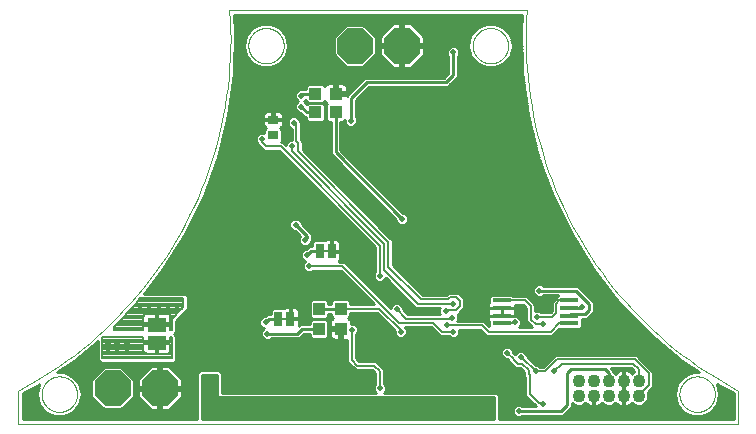
<source format=gbl>
G75*
%MOIN*%
%OFA0B0*%
%FSLAX25Y25*%
%IPPOS*%
%LPD*%
%AMOC8*
5,1,8,0,0,1.08239X$1,22.5*
%
%ADD10C,0.00000*%
%ADD11C,0.00039*%
%ADD12R,0.06181X0.01614*%
%ADD13C,0.04331*%
%ADD14R,0.03937X0.04331*%
%ADD15C,0.00800*%
%ADD16R,0.02500X0.05000*%
%ADD17R,0.06300X0.04600*%
%ADD18OC8,0.11811*%
%ADD19R,0.04331X0.03937*%
%ADD20R,0.03543X0.02756*%
%ADD21C,0.01000*%
%ADD22C,0.01831*%
D10*
X0032750Y0016500D02*
X0032750Y0027524D01*
X0032750Y0016500D02*
X0272907Y0016500D01*
X0272907Y0027524D01*
X0272907Y0027523D02*
X0270093Y0029042D01*
X0267315Y0030628D01*
X0264577Y0032281D01*
X0261880Y0034000D01*
X0259225Y0035784D01*
X0256614Y0037631D01*
X0254048Y0039541D01*
X0251530Y0041513D01*
X0249060Y0043545D01*
X0246640Y0045636D01*
X0244271Y0047785D01*
X0241954Y0049991D01*
X0239692Y0052252D01*
X0237485Y0054567D01*
X0235335Y0056935D01*
X0233243Y0059354D01*
X0231210Y0061823D01*
X0229237Y0064341D01*
X0227326Y0066905D01*
X0225477Y0069515D01*
X0223692Y0072169D01*
X0221972Y0074866D01*
X0220318Y0077603D01*
X0218730Y0080380D01*
X0217210Y0083194D01*
X0215758Y0086044D01*
X0214376Y0088928D01*
X0213064Y0091845D01*
X0211823Y0094793D01*
X0210654Y0097770D01*
X0209557Y0100775D01*
X0208533Y0103805D01*
X0207582Y0106859D01*
X0206706Y0109935D01*
X0205905Y0113031D01*
X0205179Y0116146D01*
X0204528Y0119278D01*
X0203953Y0122424D01*
X0203455Y0125583D01*
X0203033Y0128754D01*
X0202688Y0131934D01*
X0202420Y0135121D01*
X0202229Y0138314D01*
X0202115Y0141510D01*
X0202079Y0144708D01*
X0202120Y0147906D01*
X0202239Y0151103D01*
X0202435Y0154295D01*
X0103222Y0154295D01*
X0103223Y0154295D02*
X0103419Y0151103D01*
X0103538Y0147906D01*
X0103579Y0144708D01*
X0103543Y0141510D01*
X0103429Y0138314D01*
X0103238Y0135121D01*
X0102970Y0131934D01*
X0102625Y0128754D01*
X0102203Y0125583D01*
X0101705Y0122424D01*
X0101130Y0119278D01*
X0100479Y0116146D01*
X0099753Y0113031D01*
X0098952Y0109935D01*
X0098076Y0106859D01*
X0097125Y0103805D01*
X0096101Y0100775D01*
X0095004Y0097770D01*
X0093835Y0094793D01*
X0092594Y0091845D01*
X0091282Y0088928D01*
X0089900Y0086044D01*
X0088448Y0083194D01*
X0086928Y0080380D01*
X0085340Y0077603D01*
X0083686Y0074866D01*
X0081966Y0072169D01*
X0080181Y0069515D01*
X0078332Y0066905D01*
X0076421Y0064341D01*
X0074448Y0061823D01*
X0072415Y0059354D01*
X0070323Y0056935D01*
X0068173Y0054567D01*
X0065966Y0052252D01*
X0063704Y0049991D01*
X0061387Y0047785D01*
X0059018Y0045636D01*
X0056598Y0043545D01*
X0054128Y0041513D01*
X0051610Y0039541D01*
X0049044Y0037631D01*
X0046433Y0035784D01*
X0043778Y0034000D01*
X0041081Y0032281D01*
X0038343Y0030628D01*
X0035565Y0029042D01*
X0032751Y0027523D01*
D11*
X0040624Y0026343D02*
X0040626Y0026496D01*
X0040632Y0026650D01*
X0040642Y0026803D01*
X0040656Y0026955D01*
X0040674Y0027108D01*
X0040696Y0027259D01*
X0040721Y0027410D01*
X0040751Y0027561D01*
X0040785Y0027711D01*
X0040822Y0027859D01*
X0040863Y0028007D01*
X0040908Y0028153D01*
X0040957Y0028299D01*
X0041010Y0028443D01*
X0041066Y0028585D01*
X0041126Y0028726D01*
X0041190Y0028866D01*
X0041257Y0029004D01*
X0041328Y0029140D01*
X0041403Y0029274D01*
X0041480Y0029406D01*
X0041562Y0029536D01*
X0041646Y0029664D01*
X0041734Y0029790D01*
X0041825Y0029913D01*
X0041919Y0030034D01*
X0042017Y0030152D01*
X0042117Y0030268D01*
X0042221Y0030381D01*
X0042327Y0030492D01*
X0042436Y0030600D01*
X0042548Y0030705D01*
X0042662Y0030806D01*
X0042780Y0030905D01*
X0042899Y0031001D01*
X0043021Y0031094D01*
X0043146Y0031183D01*
X0043273Y0031270D01*
X0043402Y0031352D01*
X0043533Y0031432D01*
X0043666Y0031508D01*
X0043801Y0031581D01*
X0043938Y0031650D01*
X0044077Y0031715D01*
X0044217Y0031777D01*
X0044359Y0031835D01*
X0044502Y0031890D01*
X0044647Y0031941D01*
X0044793Y0031988D01*
X0044940Y0032031D01*
X0045088Y0032070D01*
X0045237Y0032106D01*
X0045387Y0032137D01*
X0045538Y0032165D01*
X0045689Y0032189D01*
X0045842Y0032209D01*
X0045994Y0032225D01*
X0046147Y0032237D01*
X0046300Y0032245D01*
X0046453Y0032249D01*
X0046607Y0032249D01*
X0046760Y0032245D01*
X0046913Y0032237D01*
X0047066Y0032225D01*
X0047218Y0032209D01*
X0047371Y0032189D01*
X0047522Y0032165D01*
X0047673Y0032137D01*
X0047823Y0032106D01*
X0047972Y0032070D01*
X0048120Y0032031D01*
X0048267Y0031988D01*
X0048413Y0031941D01*
X0048558Y0031890D01*
X0048701Y0031835D01*
X0048843Y0031777D01*
X0048983Y0031715D01*
X0049122Y0031650D01*
X0049259Y0031581D01*
X0049394Y0031508D01*
X0049527Y0031432D01*
X0049658Y0031352D01*
X0049787Y0031270D01*
X0049914Y0031183D01*
X0050039Y0031094D01*
X0050161Y0031001D01*
X0050280Y0030905D01*
X0050398Y0030806D01*
X0050512Y0030705D01*
X0050624Y0030600D01*
X0050733Y0030492D01*
X0050839Y0030381D01*
X0050943Y0030268D01*
X0051043Y0030152D01*
X0051141Y0030034D01*
X0051235Y0029913D01*
X0051326Y0029790D01*
X0051414Y0029664D01*
X0051498Y0029536D01*
X0051580Y0029406D01*
X0051657Y0029274D01*
X0051732Y0029140D01*
X0051803Y0029004D01*
X0051870Y0028866D01*
X0051934Y0028726D01*
X0051994Y0028585D01*
X0052050Y0028443D01*
X0052103Y0028299D01*
X0052152Y0028153D01*
X0052197Y0028007D01*
X0052238Y0027859D01*
X0052275Y0027711D01*
X0052309Y0027561D01*
X0052339Y0027410D01*
X0052364Y0027259D01*
X0052386Y0027108D01*
X0052404Y0026955D01*
X0052418Y0026803D01*
X0052428Y0026650D01*
X0052434Y0026496D01*
X0052436Y0026343D01*
X0052434Y0026190D01*
X0052428Y0026036D01*
X0052418Y0025883D01*
X0052404Y0025731D01*
X0052386Y0025578D01*
X0052364Y0025427D01*
X0052339Y0025276D01*
X0052309Y0025125D01*
X0052275Y0024975D01*
X0052238Y0024827D01*
X0052197Y0024679D01*
X0052152Y0024533D01*
X0052103Y0024387D01*
X0052050Y0024243D01*
X0051994Y0024101D01*
X0051934Y0023960D01*
X0051870Y0023820D01*
X0051803Y0023682D01*
X0051732Y0023546D01*
X0051657Y0023412D01*
X0051580Y0023280D01*
X0051498Y0023150D01*
X0051414Y0023022D01*
X0051326Y0022896D01*
X0051235Y0022773D01*
X0051141Y0022652D01*
X0051043Y0022534D01*
X0050943Y0022418D01*
X0050839Y0022305D01*
X0050733Y0022194D01*
X0050624Y0022086D01*
X0050512Y0021981D01*
X0050398Y0021880D01*
X0050280Y0021781D01*
X0050161Y0021685D01*
X0050039Y0021592D01*
X0049914Y0021503D01*
X0049787Y0021416D01*
X0049658Y0021334D01*
X0049527Y0021254D01*
X0049394Y0021178D01*
X0049259Y0021105D01*
X0049122Y0021036D01*
X0048983Y0020971D01*
X0048843Y0020909D01*
X0048701Y0020851D01*
X0048558Y0020796D01*
X0048413Y0020745D01*
X0048267Y0020698D01*
X0048120Y0020655D01*
X0047972Y0020616D01*
X0047823Y0020580D01*
X0047673Y0020549D01*
X0047522Y0020521D01*
X0047371Y0020497D01*
X0047218Y0020477D01*
X0047066Y0020461D01*
X0046913Y0020449D01*
X0046760Y0020441D01*
X0046607Y0020437D01*
X0046453Y0020437D01*
X0046300Y0020441D01*
X0046147Y0020449D01*
X0045994Y0020461D01*
X0045842Y0020477D01*
X0045689Y0020497D01*
X0045538Y0020521D01*
X0045387Y0020549D01*
X0045237Y0020580D01*
X0045088Y0020616D01*
X0044940Y0020655D01*
X0044793Y0020698D01*
X0044647Y0020745D01*
X0044502Y0020796D01*
X0044359Y0020851D01*
X0044217Y0020909D01*
X0044077Y0020971D01*
X0043938Y0021036D01*
X0043801Y0021105D01*
X0043666Y0021178D01*
X0043533Y0021254D01*
X0043402Y0021334D01*
X0043273Y0021416D01*
X0043146Y0021503D01*
X0043021Y0021592D01*
X0042899Y0021685D01*
X0042780Y0021781D01*
X0042662Y0021880D01*
X0042548Y0021981D01*
X0042436Y0022086D01*
X0042327Y0022194D01*
X0042221Y0022305D01*
X0042117Y0022418D01*
X0042017Y0022534D01*
X0041919Y0022652D01*
X0041825Y0022773D01*
X0041734Y0022896D01*
X0041646Y0023022D01*
X0041562Y0023150D01*
X0041480Y0023280D01*
X0041403Y0023412D01*
X0041328Y0023546D01*
X0041257Y0023682D01*
X0041190Y0023820D01*
X0041126Y0023960D01*
X0041066Y0024101D01*
X0041010Y0024243D01*
X0040957Y0024387D01*
X0040908Y0024533D01*
X0040863Y0024679D01*
X0040822Y0024827D01*
X0040785Y0024975D01*
X0040751Y0025125D01*
X0040721Y0025276D01*
X0040696Y0025427D01*
X0040674Y0025578D01*
X0040656Y0025731D01*
X0040642Y0025883D01*
X0040632Y0026036D01*
X0040626Y0026190D01*
X0040624Y0026343D01*
X0109521Y0142484D02*
X0109523Y0142637D01*
X0109529Y0142791D01*
X0109539Y0142944D01*
X0109553Y0143096D01*
X0109571Y0143249D01*
X0109593Y0143400D01*
X0109618Y0143551D01*
X0109648Y0143702D01*
X0109682Y0143852D01*
X0109719Y0144000D01*
X0109760Y0144148D01*
X0109805Y0144294D01*
X0109854Y0144440D01*
X0109907Y0144584D01*
X0109963Y0144726D01*
X0110023Y0144867D01*
X0110087Y0145007D01*
X0110154Y0145145D01*
X0110225Y0145281D01*
X0110300Y0145415D01*
X0110377Y0145547D01*
X0110459Y0145677D01*
X0110543Y0145805D01*
X0110631Y0145931D01*
X0110722Y0146054D01*
X0110816Y0146175D01*
X0110914Y0146293D01*
X0111014Y0146409D01*
X0111118Y0146522D01*
X0111224Y0146633D01*
X0111333Y0146741D01*
X0111445Y0146846D01*
X0111559Y0146947D01*
X0111677Y0147046D01*
X0111796Y0147142D01*
X0111918Y0147235D01*
X0112043Y0147324D01*
X0112170Y0147411D01*
X0112299Y0147493D01*
X0112430Y0147573D01*
X0112563Y0147649D01*
X0112698Y0147722D01*
X0112835Y0147791D01*
X0112974Y0147856D01*
X0113114Y0147918D01*
X0113256Y0147976D01*
X0113399Y0148031D01*
X0113544Y0148082D01*
X0113690Y0148129D01*
X0113837Y0148172D01*
X0113985Y0148211D01*
X0114134Y0148247D01*
X0114284Y0148278D01*
X0114435Y0148306D01*
X0114586Y0148330D01*
X0114739Y0148350D01*
X0114891Y0148366D01*
X0115044Y0148378D01*
X0115197Y0148386D01*
X0115350Y0148390D01*
X0115504Y0148390D01*
X0115657Y0148386D01*
X0115810Y0148378D01*
X0115963Y0148366D01*
X0116115Y0148350D01*
X0116268Y0148330D01*
X0116419Y0148306D01*
X0116570Y0148278D01*
X0116720Y0148247D01*
X0116869Y0148211D01*
X0117017Y0148172D01*
X0117164Y0148129D01*
X0117310Y0148082D01*
X0117455Y0148031D01*
X0117598Y0147976D01*
X0117740Y0147918D01*
X0117880Y0147856D01*
X0118019Y0147791D01*
X0118156Y0147722D01*
X0118291Y0147649D01*
X0118424Y0147573D01*
X0118555Y0147493D01*
X0118684Y0147411D01*
X0118811Y0147324D01*
X0118936Y0147235D01*
X0119058Y0147142D01*
X0119177Y0147046D01*
X0119295Y0146947D01*
X0119409Y0146846D01*
X0119521Y0146741D01*
X0119630Y0146633D01*
X0119736Y0146522D01*
X0119840Y0146409D01*
X0119940Y0146293D01*
X0120038Y0146175D01*
X0120132Y0146054D01*
X0120223Y0145931D01*
X0120311Y0145805D01*
X0120395Y0145677D01*
X0120477Y0145547D01*
X0120554Y0145415D01*
X0120629Y0145281D01*
X0120700Y0145145D01*
X0120767Y0145007D01*
X0120831Y0144867D01*
X0120891Y0144726D01*
X0120947Y0144584D01*
X0121000Y0144440D01*
X0121049Y0144294D01*
X0121094Y0144148D01*
X0121135Y0144000D01*
X0121172Y0143852D01*
X0121206Y0143702D01*
X0121236Y0143551D01*
X0121261Y0143400D01*
X0121283Y0143249D01*
X0121301Y0143096D01*
X0121315Y0142944D01*
X0121325Y0142791D01*
X0121331Y0142637D01*
X0121333Y0142484D01*
X0121331Y0142331D01*
X0121325Y0142177D01*
X0121315Y0142024D01*
X0121301Y0141872D01*
X0121283Y0141719D01*
X0121261Y0141568D01*
X0121236Y0141417D01*
X0121206Y0141266D01*
X0121172Y0141116D01*
X0121135Y0140968D01*
X0121094Y0140820D01*
X0121049Y0140674D01*
X0121000Y0140528D01*
X0120947Y0140384D01*
X0120891Y0140242D01*
X0120831Y0140101D01*
X0120767Y0139961D01*
X0120700Y0139823D01*
X0120629Y0139687D01*
X0120554Y0139553D01*
X0120477Y0139421D01*
X0120395Y0139291D01*
X0120311Y0139163D01*
X0120223Y0139037D01*
X0120132Y0138914D01*
X0120038Y0138793D01*
X0119940Y0138675D01*
X0119840Y0138559D01*
X0119736Y0138446D01*
X0119630Y0138335D01*
X0119521Y0138227D01*
X0119409Y0138122D01*
X0119295Y0138021D01*
X0119177Y0137922D01*
X0119058Y0137826D01*
X0118936Y0137733D01*
X0118811Y0137644D01*
X0118684Y0137557D01*
X0118555Y0137475D01*
X0118424Y0137395D01*
X0118291Y0137319D01*
X0118156Y0137246D01*
X0118019Y0137177D01*
X0117880Y0137112D01*
X0117740Y0137050D01*
X0117598Y0136992D01*
X0117455Y0136937D01*
X0117310Y0136886D01*
X0117164Y0136839D01*
X0117017Y0136796D01*
X0116869Y0136757D01*
X0116720Y0136721D01*
X0116570Y0136690D01*
X0116419Y0136662D01*
X0116268Y0136638D01*
X0116115Y0136618D01*
X0115963Y0136602D01*
X0115810Y0136590D01*
X0115657Y0136582D01*
X0115504Y0136578D01*
X0115350Y0136578D01*
X0115197Y0136582D01*
X0115044Y0136590D01*
X0114891Y0136602D01*
X0114739Y0136618D01*
X0114586Y0136638D01*
X0114435Y0136662D01*
X0114284Y0136690D01*
X0114134Y0136721D01*
X0113985Y0136757D01*
X0113837Y0136796D01*
X0113690Y0136839D01*
X0113544Y0136886D01*
X0113399Y0136937D01*
X0113256Y0136992D01*
X0113114Y0137050D01*
X0112974Y0137112D01*
X0112835Y0137177D01*
X0112698Y0137246D01*
X0112563Y0137319D01*
X0112430Y0137395D01*
X0112299Y0137475D01*
X0112170Y0137557D01*
X0112043Y0137644D01*
X0111918Y0137733D01*
X0111796Y0137826D01*
X0111677Y0137922D01*
X0111559Y0138021D01*
X0111445Y0138122D01*
X0111333Y0138227D01*
X0111224Y0138335D01*
X0111118Y0138446D01*
X0111014Y0138559D01*
X0110914Y0138675D01*
X0110816Y0138793D01*
X0110722Y0138914D01*
X0110631Y0139037D01*
X0110543Y0139163D01*
X0110459Y0139291D01*
X0110377Y0139421D01*
X0110300Y0139553D01*
X0110225Y0139687D01*
X0110154Y0139823D01*
X0110087Y0139961D01*
X0110023Y0140101D01*
X0109963Y0140242D01*
X0109907Y0140384D01*
X0109854Y0140528D01*
X0109805Y0140674D01*
X0109760Y0140820D01*
X0109719Y0140968D01*
X0109682Y0141116D01*
X0109648Y0141266D01*
X0109618Y0141417D01*
X0109593Y0141568D01*
X0109571Y0141719D01*
X0109553Y0141872D01*
X0109539Y0142024D01*
X0109529Y0142177D01*
X0109523Y0142331D01*
X0109521Y0142484D01*
X0184324Y0142484D02*
X0184326Y0142637D01*
X0184332Y0142791D01*
X0184342Y0142944D01*
X0184356Y0143096D01*
X0184374Y0143249D01*
X0184396Y0143400D01*
X0184421Y0143551D01*
X0184451Y0143702D01*
X0184485Y0143852D01*
X0184522Y0144000D01*
X0184563Y0144148D01*
X0184608Y0144294D01*
X0184657Y0144440D01*
X0184710Y0144584D01*
X0184766Y0144726D01*
X0184826Y0144867D01*
X0184890Y0145007D01*
X0184957Y0145145D01*
X0185028Y0145281D01*
X0185103Y0145415D01*
X0185180Y0145547D01*
X0185262Y0145677D01*
X0185346Y0145805D01*
X0185434Y0145931D01*
X0185525Y0146054D01*
X0185619Y0146175D01*
X0185717Y0146293D01*
X0185817Y0146409D01*
X0185921Y0146522D01*
X0186027Y0146633D01*
X0186136Y0146741D01*
X0186248Y0146846D01*
X0186362Y0146947D01*
X0186480Y0147046D01*
X0186599Y0147142D01*
X0186721Y0147235D01*
X0186846Y0147324D01*
X0186973Y0147411D01*
X0187102Y0147493D01*
X0187233Y0147573D01*
X0187366Y0147649D01*
X0187501Y0147722D01*
X0187638Y0147791D01*
X0187777Y0147856D01*
X0187917Y0147918D01*
X0188059Y0147976D01*
X0188202Y0148031D01*
X0188347Y0148082D01*
X0188493Y0148129D01*
X0188640Y0148172D01*
X0188788Y0148211D01*
X0188937Y0148247D01*
X0189087Y0148278D01*
X0189238Y0148306D01*
X0189389Y0148330D01*
X0189542Y0148350D01*
X0189694Y0148366D01*
X0189847Y0148378D01*
X0190000Y0148386D01*
X0190153Y0148390D01*
X0190307Y0148390D01*
X0190460Y0148386D01*
X0190613Y0148378D01*
X0190766Y0148366D01*
X0190918Y0148350D01*
X0191071Y0148330D01*
X0191222Y0148306D01*
X0191373Y0148278D01*
X0191523Y0148247D01*
X0191672Y0148211D01*
X0191820Y0148172D01*
X0191967Y0148129D01*
X0192113Y0148082D01*
X0192258Y0148031D01*
X0192401Y0147976D01*
X0192543Y0147918D01*
X0192683Y0147856D01*
X0192822Y0147791D01*
X0192959Y0147722D01*
X0193094Y0147649D01*
X0193227Y0147573D01*
X0193358Y0147493D01*
X0193487Y0147411D01*
X0193614Y0147324D01*
X0193739Y0147235D01*
X0193861Y0147142D01*
X0193980Y0147046D01*
X0194098Y0146947D01*
X0194212Y0146846D01*
X0194324Y0146741D01*
X0194433Y0146633D01*
X0194539Y0146522D01*
X0194643Y0146409D01*
X0194743Y0146293D01*
X0194841Y0146175D01*
X0194935Y0146054D01*
X0195026Y0145931D01*
X0195114Y0145805D01*
X0195198Y0145677D01*
X0195280Y0145547D01*
X0195357Y0145415D01*
X0195432Y0145281D01*
X0195503Y0145145D01*
X0195570Y0145007D01*
X0195634Y0144867D01*
X0195694Y0144726D01*
X0195750Y0144584D01*
X0195803Y0144440D01*
X0195852Y0144294D01*
X0195897Y0144148D01*
X0195938Y0144000D01*
X0195975Y0143852D01*
X0196009Y0143702D01*
X0196039Y0143551D01*
X0196064Y0143400D01*
X0196086Y0143249D01*
X0196104Y0143096D01*
X0196118Y0142944D01*
X0196128Y0142791D01*
X0196134Y0142637D01*
X0196136Y0142484D01*
X0196134Y0142331D01*
X0196128Y0142177D01*
X0196118Y0142024D01*
X0196104Y0141872D01*
X0196086Y0141719D01*
X0196064Y0141568D01*
X0196039Y0141417D01*
X0196009Y0141266D01*
X0195975Y0141116D01*
X0195938Y0140968D01*
X0195897Y0140820D01*
X0195852Y0140674D01*
X0195803Y0140528D01*
X0195750Y0140384D01*
X0195694Y0140242D01*
X0195634Y0140101D01*
X0195570Y0139961D01*
X0195503Y0139823D01*
X0195432Y0139687D01*
X0195357Y0139553D01*
X0195280Y0139421D01*
X0195198Y0139291D01*
X0195114Y0139163D01*
X0195026Y0139037D01*
X0194935Y0138914D01*
X0194841Y0138793D01*
X0194743Y0138675D01*
X0194643Y0138559D01*
X0194539Y0138446D01*
X0194433Y0138335D01*
X0194324Y0138227D01*
X0194212Y0138122D01*
X0194098Y0138021D01*
X0193980Y0137922D01*
X0193861Y0137826D01*
X0193739Y0137733D01*
X0193614Y0137644D01*
X0193487Y0137557D01*
X0193358Y0137475D01*
X0193227Y0137395D01*
X0193094Y0137319D01*
X0192959Y0137246D01*
X0192822Y0137177D01*
X0192683Y0137112D01*
X0192543Y0137050D01*
X0192401Y0136992D01*
X0192258Y0136937D01*
X0192113Y0136886D01*
X0191967Y0136839D01*
X0191820Y0136796D01*
X0191672Y0136757D01*
X0191523Y0136721D01*
X0191373Y0136690D01*
X0191222Y0136662D01*
X0191071Y0136638D01*
X0190918Y0136618D01*
X0190766Y0136602D01*
X0190613Y0136590D01*
X0190460Y0136582D01*
X0190307Y0136578D01*
X0190153Y0136578D01*
X0190000Y0136582D01*
X0189847Y0136590D01*
X0189694Y0136602D01*
X0189542Y0136618D01*
X0189389Y0136638D01*
X0189238Y0136662D01*
X0189087Y0136690D01*
X0188937Y0136721D01*
X0188788Y0136757D01*
X0188640Y0136796D01*
X0188493Y0136839D01*
X0188347Y0136886D01*
X0188202Y0136937D01*
X0188059Y0136992D01*
X0187917Y0137050D01*
X0187777Y0137112D01*
X0187638Y0137177D01*
X0187501Y0137246D01*
X0187366Y0137319D01*
X0187233Y0137395D01*
X0187102Y0137475D01*
X0186973Y0137557D01*
X0186846Y0137644D01*
X0186721Y0137733D01*
X0186599Y0137826D01*
X0186480Y0137922D01*
X0186362Y0138021D01*
X0186248Y0138122D01*
X0186136Y0138227D01*
X0186027Y0138335D01*
X0185921Y0138446D01*
X0185817Y0138559D01*
X0185717Y0138675D01*
X0185619Y0138793D01*
X0185525Y0138914D01*
X0185434Y0139037D01*
X0185346Y0139163D01*
X0185262Y0139291D01*
X0185180Y0139421D01*
X0185103Y0139553D01*
X0185028Y0139687D01*
X0184957Y0139823D01*
X0184890Y0139961D01*
X0184826Y0140101D01*
X0184766Y0140242D01*
X0184710Y0140384D01*
X0184657Y0140528D01*
X0184608Y0140674D01*
X0184563Y0140820D01*
X0184522Y0140968D01*
X0184485Y0141116D01*
X0184451Y0141266D01*
X0184421Y0141417D01*
X0184396Y0141568D01*
X0184374Y0141719D01*
X0184356Y0141872D01*
X0184342Y0142024D01*
X0184332Y0142177D01*
X0184326Y0142331D01*
X0184324Y0142484D01*
X0253222Y0026343D02*
X0253224Y0026496D01*
X0253230Y0026650D01*
X0253240Y0026803D01*
X0253254Y0026955D01*
X0253272Y0027108D01*
X0253294Y0027259D01*
X0253319Y0027410D01*
X0253349Y0027561D01*
X0253383Y0027711D01*
X0253420Y0027859D01*
X0253461Y0028007D01*
X0253506Y0028153D01*
X0253555Y0028299D01*
X0253608Y0028443D01*
X0253664Y0028585D01*
X0253724Y0028726D01*
X0253788Y0028866D01*
X0253855Y0029004D01*
X0253926Y0029140D01*
X0254001Y0029274D01*
X0254078Y0029406D01*
X0254160Y0029536D01*
X0254244Y0029664D01*
X0254332Y0029790D01*
X0254423Y0029913D01*
X0254517Y0030034D01*
X0254615Y0030152D01*
X0254715Y0030268D01*
X0254819Y0030381D01*
X0254925Y0030492D01*
X0255034Y0030600D01*
X0255146Y0030705D01*
X0255260Y0030806D01*
X0255378Y0030905D01*
X0255497Y0031001D01*
X0255619Y0031094D01*
X0255744Y0031183D01*
X0255871Y0031270D01*
X0256000Y0031352D01*
X0256131Y0031432D01*
X0256264Y0031508D01*
X0256399Y0031581D01*
X0256536Y0031650D01*
X0256675Y0031715D01*
X0256815Y0031777D01*
X0256957Y0031835D01*
X0257100Y0031890D01*
X0257245Y0031941D01*
X0257391Y0031988D01*
X0257538Y0032031D01*
X0257686Y0032070D01*
X0257835Y0032106D01*
X0257985Y0032137D01*
X0258136Y0032165D01*
X0258287Y0032189D01*
X0258440Y0032209D01*
X0258592Y0032225D01*
X0258745Y0032237D01*
X0258898Y0032245D01*
X0259051Y0032249D01*
X0259205Y0032249D01*
X0259358Y0032245D01*
X0259511Y0032237D01*
X0259664Y0032225D01*
X0259816Y0032209D01*
X0259969Y0032189D01*
X0260120Y0032165D01*
X0260271Y0032137D01*
X0260421Y0032106D01*
X0260570Y0032070D01*
X0260718Y0032031D01*
X0260865Y0031988D01*
X0261011Y0031941D01*
X0261156Y0031890D01*
X0261299Y0031835D01*
X0261441Y0031777D01*
X0261581Y0031715D01*
X0261720Y0031650D01*
X0261857Y0031581D01*
X0261992Y0031508D01*
X0262125Y0031432D01*
X0262256Y0031352D01*
X0262385Y0031270D01*
X0262512Y0031183D01*
X0262637Y0031094D01*
X0262759Y0031001D01*
X0262878Y0030905D01*
X0262996Y0030806D01*
X0263110Y0030705D01*
X0263222Y0030600D01*
X0263331Y0030492D01*
X0263437Y0030381D01*
X0263541Y0030268D01*
X0263641Y0030152D01*
X0263739Y0030034D01*
X0263833Y0029913D01*
X0263924Y0029790D01*
X0264012Y0029664D01*
X0264096Y0029536D01*
X0264178Y0029406D01*
X0264255Y0029274D01*
X0264330Y0029140D01*
X0264401Y0029004D01*
X0264468Y0028866D01*
X0264532Y0028726D01*
X0264592Y0028585D01*
X0264648Y0028443D01*
X0264701Y0028299D01*
X0264750Y0028153D01*
X0264795Y0028007D01*
X0264836Y0027859D01*
X0264873Y0027711D01*
X0264907Y0027561D01*
X0264937Y0027410D01*
X0264962Y0027259D01*
X0264984Y0027108D01*
X0265002Y0026955D01*
X0265016Y0026803D01*
X0265026Y0026650D01*
X0265032Y0026496D01*
X0265034Y0026343D01*
X0265032Y0026190D01*
X0265026Y0026036D01*
X0265016Y0025883D01*
X0265002Y0025731D01*
X0264984Y0025578D01*
X0264962Y0025427D01*
X0264937Y0025276D01*
X0264907Y0025125D01*
X0264873Y0024975D01*
X0264836Y0024827D01*
X0264795Y0024679D01*
X0264750Y0024533D01*
X0264701Y0024387D01*
X0264648Y0024243D01*
X0264592Y0024101D01*
X0264532Y0023960D01*
X0264468Y0023820D01*
X0264401Y0023682D01*
X0264330Y0023546D01*
X0264255Y0023412D01*
X0264178Y0023280D01*
X0264096Y0023150D01*
X0264012Y0023022D01*
X0263924Y0022896D01*
X0263833Y0022773D01*
X0263739Y0022652D01*
X0263641Y0022534D01*
X0263541Y0022418D01*
X0263437Y0022305D01*
X0263331Y0022194D01*
X0263222Y0022086D01*
X0263110Y0021981D01*
X0262996Y0021880D01*
X0262878Y0021781D01*
X0262759Y0021685D01*
X0262637Y0021592D01*
X0262512Y0021503D01*
X0262385Y0021416D01*
X0262256Y0021334D01*
X0262125Y0021254D01*
X0261992Y0021178D01*
X0261857Y0021105D01*
X0261720Y0021036D01*
X0261581Y0020971D01*
X0261441Y0020909D01*
X0261299Y0020851D01*
X0261156Y0020796D01*
X0261011Y0020745D01*
X0260865Y0020698D01*
X0260718Y0020655D01*
X0260570Y0020616D01*
X0260421Y0020580D01*
X0260271Y0020549D01*
X0260120Y0020521D01*
X0259969Y0020497D01*
X0259816Y0020477D01*
X0259664Y0020461D01*
X0259511Y0020449D01*
X0259358Y0020441D01*
X0259205Y0020437D01*
X0259051Y0020437D01*
X0258898Y0020441D01*
X0258745Y0020449D01*
X0258592Y0020461D01*
X0258440Y0020477D01*
X0258287Y0020497D01*
X0258136Y0020521D01*
X0257985Y0020549D01*
X0257835Y0020580D01*
X0257686Y0020616D01*
X0257538Y0020655D01*
X0257391Y0020698D01*
X0257245Y0020745D01*
X0257100Y0020796D01*
X0256957Y0020851D01*
X0256815Y0020909D01*
X0256675Y0020971D01*
X0256536Y0021036D01*
X0256399Y0021105D01*
X0256264Y0021178D01*
X0256131Y0021254D01*
X0256000Y0021334D01*
X0255871Y0021416D01*
X0255744Y0021503D01*
X0255619Y0021592D01*
X0255497Y0021685D01*
X0255378Y0021781D01*
X0255260Y0021880D01*
X0255146Y0021981D01*
X0255034Y0022086D01*
X0254925Y0022194D01*
X0254819Y0022305D01*
X0254715Y0022418D01*
X0254615Y0022534D01*
X0254517Y0022652D01*
X0254423Y0022773D01*
X0254332Y0022896D01*
X0254244Y0023022D01*
X0254160Y0023150D01*
X0254078Y0023280D01*
X0254001Y0023412D01*
X0253926Y0023546D01*
X0253855Y0023682D01*
X0253788Y0023820D01*
X0253724Y0023960D01*
X0253664Y0024101D01*
X0253608Y0024243D01*
X0253555Y0024387D01*
X0253506Y0024533D01*
X0253461Y0024679D01*
X0253420Y0024827D01*
X0253383Y0024975D01*
X0253349Y0025125D01*
X0253319Y0025276D01*
X0253294Y0025427D01*
X0253272Y0025578D01*
X0253254Y0025731D01*
X0253240Y0025883D01*
X0253230Y0026036D01*
X0253224Y0026190D01*
X0253222Y0026343D01*
D12*
X0216520Y0049886D03*
X0216520Y0052445D03*
X0216520Y0055004D03*
X0216520Y0057563D03*
X0193921Y0057563D03*
X0193921Y0055004D03*
X0193921Y0052445D03*
X0193921Y0049886D03*
D13*
X0219600Y0030811D03*
X0224600Y0030811D03*
X0229600Y0030811D03*
X0234600Y0030811D03*
X0239600Y0030811D03*
X0239600Y0025811D03*
X0234600Y0025811D03*
X0229600Y0025811D03*
X0224600Y0025811D03*
X0219600Y0025811D03*
D14*
X0140250Y0048154D03*
X0133026Y0048124D03*
X0133026Y0054817D03*
X0140250Y0054846D03*
D15*
X0140289Y0054885D01*
X0153010Y0054885D01*
X0160302Y0047593D01*
X0160302Y0047073D01*
X0159775Y0050100D02*
X0140875Y0069000D01*
X0129625Y0069000D01*
X0133750Y0074000D02*
X0136750Y0074000D01*
X0153375Y0075875D02*
X0153375Y0065875D01*
X0154775Y0067750D02*
X0154775Y0076455D01*
X0124000Y0107230D01*
X0124000Y0109000D01*
X0125540Y0110586D02*
X0126210Y0109916D01*
X0126210Y0108084D01*
X0125980Y0107854D01*
X0125980Y0107230D01*
X0156175Y0077035D01*
X0156175Y0068850D01*
X0167125Y0057900D01*
X0176024Y0057900D01*
X0176834Y0058710D01*
X0178666Y0058710D01*
X0179960Y0057416D01*
X0179960Y0055584D01*
X0178666Y0054290D01*
X0175540Y0054290D01*
X0175250Y0054000D01*
X0177365Y0051843D02*
X0177022Y0051500D01*
X0162129Y0051500D01*
X0159000Y0054629D01*
X0159775Y0050100D02*
X0171025Y0050100D01*
X0174045Y0047080D01*
X0177750Y0047080D01*
X0175647Y0049290D02*
X0187460Y0049290D01*
X0189625Y0047125D01*
X0210250Y0047125D01*
X0213011Y0049886D01*
X0216520Y0049886D01*
X0212125Y0053375D02*
X0212125Y0056500D01*
X0213188Y0057563D01*
X0216520Y0057563D01*
X0212125Y0053375D02*
X0210875Y0052125D01*
X0205875Y0052125D01*
X0203665Y0051210D02*
X0205250Y0049625D01*
X0205250Y0049625D01*
X0207750Y0049625D01*
X0203665Y0051210D02*
X0203665Y0055585D01*
X0201687Y0057563D01*
X0193921Y0057563D01*
X0193921Y0049886D02*
X0198011Y0049886D01*
X0198375Y0050250D01*
X0195875Y0040110D02*
X0198040Y0037945D01*
X0198040Y0037795D01*
X0199334Y0036500D01*
X0200770Y0036500D01*
X0203040Y0034230D01*
X0203040Y0033084D01*
X0203375Y0032749D01*
X0203375Y0026500D01*
X0206500Y0023375D01*
X0207750Y0023375D01*
X0207750Y0023154D01*
X0208374Y0034000D02*
X0205250Y0034000D01*
X0200540Y0038710D01*
X0200250Y0038710D01*
X0208374Y0034000D02*
X0212274Y0037900D01*
X0238330Y0037900D01*
X0242978Y0033252D01*
X0242978Y0029412D01*
X0239600Y0026034D01*
X0239600Y0025811D01*
X0239600Y0030811D02*
X0239600Y0034650D01*
X0237750Y0036500D01*
X0214000Y0036500D01*
X0211500Y0034000D01*
X0177750Y0056500D02*
X0166025Y0056500D01*
X0154775Y0067750D01*
X0153375Y0075875D02*
X0120250Y0109000D01*
X0115250Y0109000D01*
X0114000Y0110250D01*
X0114000Y0111500D01*
X0125540Y0110586D02*
X0125540Y0116063D01*
X0124730Y0116873D01*
X0087750Y0058375D02*
X0073529Y0058375D01*
X0072093Y0056546D01*
X0072093Y0056546D01*
X0064625Y0048865D01*
X0064625Y0047750D01*
X0074450Y0047750D01*
X0074450Y0049100D01*
X0078600Y0049100D01*
X0078600Y0049900D01*
X0078600Y0053200D01*
X0075666Y0053200D01*
X0075310Y0053105D01*
X0074990Y0052920D01*
X0074730Y0052660D01*
X0074545Y0052340D01*
X0074450Y0051984D01*
X0074450Y0049900D01*
X0078600Y0049900D01*
X0079400Y0049900D01*
X0079400Y0053200D01*
X0082334Y0053200D01*
X0082690Y0053105D01*
X0083010Y0052920D01*
X0083270Y0052660D01*
X0083455Y0052340D01*
X0083550Y0051984D01*
X0083550Y0049900D01*
X0079400Y0049900D01*
X0079400Y0049100D01*
X0083550Y0049100D01*
X0083550Y0047750D01*
X0084000Y0047750D01*
X0084000Y0051500D01*
X0087750Y0055250D01*
X0087750Y0058375D01*
X0087750Y0058023D02*
X0073253Y0058023D01*
X0072625Y0057224D02*
X0087750Y0057224D01*
X0087750Y0056426D02*
X0071976Y0056426D01*
X0071200Y0055627D02*
X0087750Y0055627D01*
X0087329Y0054829D02*
X0070423Y0054829D01*
X0069647Y0054030D02*
X0086530Y0054030D01*
X0085732Y0053232D02*
X0068870Y0053232D01*
X0068094Y0052433D02*
X0074599Y0052433D01*
X0074450Y0051634D02*
X0067318Y0051634D01*
X0066541Y0050836D02*
X0074450Y0050836D01*
X0074450Y0050037D02*
X0065765Y0050037D01*
X0064989Y0049239D02*
X0078600Y0049239D01*
X0078600Y0050037D02*
X0079400Y0050037D01*
X0079400Y0049239D02*
X0084000Y0049239D01*
X0084000Y0050037D02*
X0083550Y0050037D01*
X0083550Y0050836D02*
X0084000Y0050836D01*
X0084134Y0051634D02*
X0083550Y0051634D01*
X0083401Y0052433D02*
X0084933Y0052433D01*
X0084000Y0048440D02*
X0083550Y0048440D01*
X0079400Y0050836D02*
X0078600Y0050836D01*
X0078600Y0051634D02*
X0079400Y0051634D01*
X0079400Y0052433D02*
X0078600Y0052433D01*
X0074450Y0048440D02*
X0064625Y0048440D01*
X0060875Y0045250D02*
X0074450Y0045250D01*
X0074450Y0043900D01*
X0078600Y0043900D01*
X0078600Y0043100D01*
X0074450Y0043100D01*
X0074450Y0041016D01*
X0074545Y0040660D01*
X0074730Y0040340D01*
X0074990Y0040080D01*
X0075310Y0039895D01*
X0075666Y0039800D01*
X0078600Y0039800D01*
X0078600Y0043100D01*
X0079400Y0043100D01*
X0079400Y0043900D01*
X0083550Y0043900D01*
X0083550Y0045250D01*
X0084000Y0045250D01*
X0084000Y0038375D01*
X0060875Y0038375D01*
X0060875Y0045250D01*
X0060875Y0045246D02*
X0074450Y0045246D01*
X0074450Y0044448D02*
X0060875Y0044448D01*
X0060875Y0043649D02*
X0078600Y0043649D01*
X0078600Y0042851D02*
X0079400Y0042851D01*
X0079400Y0043100D02*
X0079400Y0039800D01*
X0082334Y0039800D01*
X0082690Y0039895D01*
X0083010Y0040080D01*
X0083270Y0040340D01*
X0083455Y0040660D01*
X0083550Y0041016D01*
X0083550Y0043100D01*
X0079400Y0043100D01*
X0079400Y0043649D02*
X0084000Y0043649D01*
X0084000Y0042851D02*
X0083550Y0042851D01*
X0083550Y0042052D02*
X0084000Y0042052D01*
X0084000Y0041254D02*
X0083550Y0041254D01*
X0083337Y0040455D02*
X0084000Y0040455D01*
X0084000Y0039657D02*
X0060875Y0039657D01*
X0060875Y0040455D02*
X0074663Y0040455D01*
X0074450Y0041254D02*
X0060875Y0041254D01*
X0060875Y0042052D02*
X0074450Y0042052D01*
X0074450Y0042851D02*
X0060875Y0042851D01*
X0060875Y0038858D02*
X0084000Y0038858D01*
X0079400Y0040455D02*
X0078600Y0040455D01*
X0078600Y0041254D02*
X0079400Y0041254D01*
X0079400Y0042052D02*
X0078600Y0042052D01*
X0083550Y0044448D02*
X0084000Y0044448D01*
X0084000Y0045246D02*
X0083550Y0045246D01*
X0120000Y0051500D02*
X0123000Y0051500D01*
X0144029Y0047750D02*
X0144029Y0037721D01*
X0145875Y0035875D01*
X0151500Y0035875D01*
X0153375Y0034000D01*
X0153375Y0028375D01*
D16*
X0123500Y0051500D03*
X0119500Y0051500D03*
X0133250Y0074000D03*
X0137250Y0074000D03*
D17*
X0079000Y0049500D03*
X0079000Y0043500D03*
D18*
X0079994Y0028311D03*
X0064246Y0028311D03*
X0144955Y0142484D03*
X0160703Y0142484D03*
D19*
X0138596Y0126500D03*
X0131904Y0126500D03*
X0131904Y0120250D03*
X0138596Y0120250D03*
D20*
X0117750Y0117809D03*
X0117750Y0112691D03*
D21*
X0120622Y0112357D02*
X0124040Y0112357D01*
X0124040Y0111359D02*
X0120622Y0111359D01*
X0120622Y0110857D02*
X0120622Y0114525D01*
X0120108Y0115038D01*
X0120443Y0115231D01*
X0120722Y0115510D01*
X0120919Y0115852D01*
X0121022Y0116234D01*
X0121022Y0117620D01*
X0117939Y0117620D01*
X0117939Y0117998D01*
X0121022Y0117998D01*
X0121022Y0119384D01*
X0120919Y0119766D01*
X0120722Y0120108D01*
X0120443Y0120387D01*
X0120101Y0120585D01*
X0119719Y0120687D01*
X0117939Y0120687D01*
X0117939Y0117998D01*
X0117561Y0117998D01*
X0117561Y0117620D01*
X0114478Y0117620D01*
X0114478Y0116234D01*
X0114581Y0115852D01*
X0114778Y0115510D01*
X0115057Y0115231D01*
X0115392Y0115038D01*
X0114878Y0114525D01*
X0114878Y0113472D01*
X0114835Y0113515D01*
X0113165Y0113515D01*
X0111985Y0112335D01*
X0111985Y0110665D01*
X0112500Y0110150D01*
X0112500Y0109629D01*
X0113379Y0108750D01*
X0114629Y0107500D01*
X0119629Y0107500D01*
X0151875Y0075254D01*
X0151875Y0067225D01*
X0151360Y0066710D01*
X0151360Y0065040D01*
X0152540Y0063860D01*
X0154210Y0063860D01*
X0155377Y0065027D01*
X0164525Y0055879D01*
X0165404Y0055000D01*
X0173400Y0055000D01*
X0173235Y0054835D01*
X0173235Y0053165D01*
X0173400Y0053000D01*
X0162750Y0053000D01*
X0161015Y0054735D01*
X0161015Y0055464D01*
X0159835Y0056644D01*
X0158165Y0056644D01*
X0156985Y0055464D01*
X0156985Y0055012D01*
X0142375Y0069621D01*
X0142375Y0069621D01*
X0141496Y0070500D01*
X0139621Y0070500D01*
X0139700Y0070579D01*
X0139898Y0070921D01*
X0140000Y0071303D01*
X0140000Y0073875D01*
X0138250Y0073875D01*
X0138250Y0074125D01*
X0140000Y0074125D01*
X0140000Y0076697D01*
X0139898Y0077079D01*
X0139700Y0077421D01*
X0139421Y0077700D01*
X0139079Y0077898D01*
X0138697Y0078000D01*
X0137375Y0078000D01*
X0137375Y0075496D01*
X0137371Y0075500D01*
X0137125Y0075500D01*
X0137125Y0078000D01*
X0135803Y0078000D01*
X0135421Y0077898D01*
X0135079Y0077700D01*
X0134967Y0077588D01*
X0134956Y0077600D01*
X0131544Y0077600D01*
X0130900Y0076956D01*
X0130900Y0075600D01*
X0129587Y0075600D01*
X0128753Y0074765D01*
X0128165Y0074765D01*
X0126985Y0073585D01*
X0126985Y0071915D01*
X0128165Y0070735D01*
X0128510Y0070735D01*
X0127610Y0069835D01*
X0127610Y0068165D01*
X0128790Y0066985D01*
X0130460Y0066985D01*
X0130975Y0067500D01*
X0140254Y0067500D01*
X0151369Y0056385D01*
X0143318Y0056385D01*
X0143318Y0057467D01*
X0142674Y0058112D01*
X0137826Y0058112D01*
X0137181Y0057467D01*
X0137181Y0056417D01*
X0136094Y0056417D01*
X0136094Y0057438D01*
X0135450Y0058082D01*
X0130601Y0058082D01*
X0129957Y0057438D01*
X0129957Y0052196D01*
X0130601Y0051552D01*
X0135450Y0051552D01*
X0136094Y0052196D01*
X0136094Y0053217D01*
X0137181Y0053217D01*
X0137181Y0052225D01*
X0137695Y0051712D01*
X0137360Y0051519D01*
X0137081Y0051240D01*
X0136884Y0050898D01*
X0136781Y0050516D01*
X0136781Y0048638D01*
X0139766Y0048638D01*
X0139766Y0047669D01*
X0140734Y0047669D01*
X0140734Y0044488D01*
X0142416Y0044488D01*
X0142529Y0044518D01*
X0142529Y0037100D01*
X0144375Y0035254D01*
X0145254Y0034375D01*
X0150879Y0034375D01*
X0151875Y0033379D01*
X0151875Y0029725D01*
X0151360Y0029210D01*
X0151360Y0027540D01*
X0152050Y0026850D01*
X0100600Y0026850D01*
X0100600Y0033413D01*
X0099663Y0034350D01*
X0093337Y0034350D01*
X0092400Y0033413D01*
X0092400Y0018000D01*
X0034250Y0018000D01*
X0034250Y0026616D01*
X0039703Y0029474D01*
X0039841Y0029565D01*
X0039840Y0029564D01*
X0039104Y0026343D01*
X0039840Y0023121D01*
X0041900Y0020537D01*
X0044877Y0019103D01*
X0048182Y0019103D01*
X0051159Y0020537D01*
X0051159Y0020537D01*
X0051159Y0020537D01*
X0053219Y0023121D01*
X0053955Y0026343D01*
X0053219Y0029564D01*
X0053219Y0029564D01*
X0051159Y0032148D01*
X0048182Y0033582D01*
X0045861Y0033582D01*
X0051457Y0037314D01*
X0059375Y0043901D01*
X0059375Y0037754D01*
X0060254Y0036875D01*
X0084621Y0036875D01*
X0085500Y0037754D01*
X0085500Y0045871D01*
X0084871Y0046500D01*
X0085500Y0047129D01*
X0085500Y0050879D01*
X0088371Y0053750D01*
X0089250Y0054629D01*
X0089250Y0058996D01*
X0088371Y0059875D01*
X0074835Y0059875D01*
X0080895Y0067591D01*
X0088401Y0079561D01*
X0094605Y0092255D01*
X0099436Y0105532D01*
X0102841Y0119244D01*
X0104782Y0133239D01*
X0105236Y0147360D01*
X0104837Y0152795D01*
X0200821Y0152795D01*
X0200421Y0147360D01*
X0200421Y0147360D01*
X0200876Y0133239D01*
X0200876Y0133239D01*
X0202817Y0119244D01*
X0202817Y0119244D01*
X0206221Y0105532D01*
X0206221Y0105532D01*
X0211053Y0092255D01*
X0211053Y0092255D01*
X0217256Y0079561D01*
X0217256Y0079561D01*
X0224763Y0067591D01*
X0233489Y0056480D01*
X0233489Y0056480D01*
X0243338Y0046350D01*
X0243338Y0046350D01*
X0243339Y0046350D01*
X0254200Y0037314D01*
X0254200Y0037314D01*
X0259796Y0033582D01*
X0257476Y0033582D01*
X0254498Y0032148D01*
X0254498Y0032148D01*
X0254498Y0032148D01*
X0252438Y0029564D01*
X0251703Y0026343D01*
X0251703Y0026343D01*
X0252438Y0023121D01*
X0252438Y0023121D01*
X0254498Y0020537D01*
X0254498Y0020537D01*
X0257476Y0019103D01*
X0260780Y0019103D01*
X0263757Y0020537D01*
X0263757Y0020537D01*
X0263757Y0020537D01*
X0265818Y0023121D01*
X0266553Y0026343D01*
X0265818Y0029564D01*
X0265818Y0029564D01*
X0265817Y0029565D01*
X0265954Y0029474D01*
X0271407Y0026616D01*
X0271407Y0018000D01*
X0193100Y0018000D01*
X0193100Y0025913D01*
X0192163Y0026850D01*
X0154700Y0026850D01*
X0155390Y0027540D01*
X0155390Y0029210D01*
X0154875Y0029725D01*
X0154875Y0034621D01*
X0153996Y0035500D01*
X0152121Y0037375D01*
X0146496Y0037375D01*
X0145529Y0038343D01*
X0145529Y0046400D01*
X0146044Y0046915D01*
X0146044Y0048585D01*
X0144864Y0049765D01*
X0143718Y0049765D01*
X0143718Y0050516D01*
X0143616Y0050898D01*
X0143419Y0051240D01*
X0143140Y0051519D01*
X0142805Y0051712D01*
X0143318Y0052225D01*
X0143318Y0053385D01*
X0152389Y0053385D01*
X0158286Y0047487D01*
X0158286Y0046239D01*
X0159467Y0045058D01*
X0161136Y0045058D01*
X0162317Y0046239D01*
X0162317Y0047908D01*
X0161625Y0048600D01*
X0170404Y0048600D01*
X0173424Y0045580D01*
X0176400Y0045580D01*
X0176915Y0045064D01*
X0178585Y0045064D01*
X0179765Y0046245D01*
X0179765Y0047790D01*
X0186839Y0047790D01*
X0188125Y0046504D01*
X0189004Y0045625D01*
X0210871Y0045625D01*
X0213225Y0047979D01*
X0220066Y0047979D01*
X0220710Y0048623D01*
X0220710Y0051149D01*
X0220693Y0051165D01*
X0220710Y0051182D01*
X0220710Y0051340D01*
X0222495Y0051340D01*
X0223432Y0052277D01*
X0223848Y0052693D01*
X0224785Y0053630D01*
X0224785Y0057013D01*
X0220261Y0061538D01*
X0219324Y0062475D01*
X0207750Y0062475D01*
X0207335Y0062890D01*
X0205665Y0062890D01*
X0204485Y0061710D01*
X0204485Y0060040D01*
X0205665Y0058860D01*
X0207335Y0058860D01*
X0207750Y0059275D01*
X0212778Y0059275D01*
X0212329Y0058826D01*
X0212329Y0058825D01*
X0211688Y0058184D01*
X0210625Y0057121D01*
X0210625Y0053996D01*
X0210254Y0053625D01*
X0207226Y0053625D01*
X0206710Y0054141D01*
X0205165Y0054141D01*
X0205165Y0056206D01*
X0202308Y0059063D01*
X0197875Y0059063D01*
X0197467Y0059470D01*
X0190375Y0059470D01*
X0189731Y0058826D01*
X0189731Y0056832D01*
X0189630Y0056732D01*
X0189433Y0056390D01*
X0189331Y0056009D01*
X0189331Y0055004D01*
X0193921Y0055004D01*
X0193921Y0055004D01*
X0189331Y0055004D01*
X0189331Y0053999D01*
X0189404Y0053724D01*
X0189331Y0053449D01*
X0189331Y0052445D01*
X0193921Y0052445D01*
X0193921Y0052445D01*
X0193921Y0055004D01*
X0193921Y0055004D01*
X0193921Y0052697D01*
X0193921Y0052445D01*
X0193921Y0052445D01*
X0189331Y0052445D01*
X0189331Y0051440D01*
X0189433Y0051059D01*
X0189630Y0050717D01*
X0189731Y0050616D01*
X0189731Y0049141D01*
X0188082Y0050790D01*
X0179161Y0050790D01*
X0179380Y0051008D01*
X0179380Y0052678D01*
X0179268Y0052790D01*
X0179287Y0052790D01*
X0180166Y0053668D01*
X0181460Y0054963D01*
X0181460Y0058037D01*
X0180582Y0058916D01*
X0179287Y0060210D01*
X0176213Y0060210D01*
X0175403Y0059400D01*
X0167746Y0059400D01*
X0157675Y0069471D01*
X0157675Y0077656D01*
X0156796Y0078535D01*
X0127710Y0107621D01*
X0127710Y0110537D01*
X0127040Y0111207D01*
X0127040Y0116684D01*
X0126745Y0116979D01*
X0126745Y0117708D01*
X0125564Y0118889D01*
X0123895Y0118889D01*
X0122714Y0117708D01*
X0122714Y0116038D01*
X0123895Y0114858D01*
X0124040Y0114858D01*
X0124040Y0111015D01*
X0123165Y0111015D01*
X0121985Y0109835D01*
X0121985Y0109387D01*
X0121750Y0109621D01*
X0121750Y0109621D01*
X0120871Y0110500D01*
X0120264Y0110500D01*
X0120622Y0110857D01*
X0121011Y0110360D02*
X0122510Y0110360D01*
X0124040Y0113356D02*
X0120622Y0113356D01*
X0120622Y0114354D02*
X0124040Y0114354D01*
X0123400Y0115353D02*
X0120564Y0115353D01*
X0121022Y0116351D02*
X0122714Y0116351D01*
X0122714Y0117350D02*
X0121022Y0117350D01*
X0121022Y0118348D02*
X0123354Y0118348D01*
X0121022Y0119347D02*
X0127641Y0119347D01*
X0128337Y0118650D02*
X0126878Y0120110D01*
X0126290Y0120110D01*
X0125110Y0121290D01*
X0125110Y0122960D01*
X0126150Y0124000D01*
X0125110Y0125040D01*
X0125110Y0126710D01*
X0126290Y0127890D01*
X0126878Y0127890D01*
X0127087Y0128100D01*
X0128638Y0128100D01*
X0128638Y0128924D01*
X0129283Y0129568D01*
X0134525Y0129568D01*
X0135038Y0129055D01*
X0135231Y0129390D01*
X0135510Y0129669D01*
X0135852Y0129866D01*
X0136234Y0129968D01*
X0138112Y0129968D01*
X0138112Y0126984D01*
X0139081Y0126984D01*
X0142262Y0126984D01*
X0142262Y0128666D01*
X0142160Y0129047D01*
X0141962Y0129390D01*
X0141683Y0129669D01*
X0141341Y0129866D01*
X0140959Y0129968D01*
X0139081Y0129968D01*
X0139081Y0126984D01*
X0139081Y0126016D01*
X0142262Y0126016D01*
X0142262Y0125775D01*
X0143040Y0126553D01*
X0147400Y0130913D01*
X0147400Y0130913D01*
X0148337Y0131850D01*
X0174587Y0131850D01*
X0176150Y0133413D01*
X0176150Y0139000D01*
X0175735Y0139415D01*
X0175735Y0141085D01*
X0176915Y0142265D01*
X0178585Y0142265D01*
X0179765Y0141085D01*
X0179765Y0139415D01*
X0179350Y0139000D01*
X0179350Y0132087D01*
X0178413Y0131150D01*
X0178413Y0131150D01*
X0176850Y0129587D01*
X0176850Y0129587D01*
X0175913Y0128650D01*
X0149663Y0128650D01*
X0145303Y0124290D01*
X0145303Y0118703D01*
X0145718Y0118288D01*
X0145718Y0116618D01*
X0144538Y0115437D01*
X0142868Y0115437D01*
X0141687Y0116618D01*
X0141687Y0117652D01*
X0141217Y0117181D01*
X0140196Y0117181D01*
X0140196Y0107566D01*
X0161122Y0086640D01*
X0161710Y0086640D01*
X0162890Y0085460D01*
X0162890Y0083790D01*
X0161710Y0082610D01*
X0160040Y0082610D01*
X0158860Y0083790D01*
X0158860Y0084378D01*
X0137934Y0105304D01*
X0136996Y0106241D01*
X0136996Y0117181D01*
X0135975Y0117181D01*
X0135331Y0117826D01*
X0135331Y0122674D01*
X0135813Y0123156D01*
X0135510Y0123331D01*
X0135231Y0123610D01*
X0135038Y0123945D01*
X0134525Y0123431D01*
X0129283Y0123431D01*
X0128638Y0124076D01*
X0128638Y0124538D01*
X0128100Y0124000D01*
X0129032Y0123068D01*
X0129283Y0123318D01*
X0134525Y0123318D01*
X0135169Y0122674D01*
X0135169Y0117826D01*
X0134525Y0117181D01*
X0129283Y0117181D01*
X0128638Y0117826D01*
X0128638Y0118650D01*
X0128337Y0118650D01*
X0128638Y0118348D02*
X0126105Y0118348D01*
X0126745Y0117350D02*
X0129114Y0117350D01*
X0127040Y0116351D02*
X0136996Y0116351D01*
X0136996Y0115353D02*
X0127040Y0115353D01*
X0127040Y0114354D02*
X0136996Y0114354D01*
X0136996Y0113356D02*
X0127040Y0113356D01*
X0127040Y0112357D02*
X0136996Y0112357D01*
X0136996Y0111359D02*
X0127040Y0111359D01*
X0127710Y0110360D02*
X0136996Y0110360D01*
X0136996Y0109362D02*
X0127710Y0109362D01*
X0127710Y0108363D02*
X0136996Y0108363D01*
X0136996Y0107365D02*
X0127967Y0107365D01*
X0128965Y0106366D02*
X0136996Y0106366D01*
X0137870Y0105368D02*
X0129964Y0105368D01*
X0130962Y0104369D02*
X0138868Y0104369D01*
X0139867Y0103370D02*
X0131961Y0103370D01*
X0132959Y0102372D02*
X0140865Y0102372D01*
X0141864Y0101373D02*
X0133958Y0101373D01*
X0134956Y0100375D02*
X0142862Y0100375D01*
X0143861Y0099376D02*
X0135955Y0099376D01*
X0136953Y0098378D02*
X0144859Y0098378D01*
X0145858Y0097379D02*
X0137952Y0097379D01*
X0138950Y0096381D02*
X0146856Y0096381D01*
X0147855Y0095382D02*
X0139949Y0095382D01*
X0140947Y0094384D02*
X0148853Y0094384D01*
X0149852Y0093385D02*
X0141946Y0093385D01*
X0142944Y0092387D02*
X0150850Y0092387D01*
X0151849Y0091388D02*
X0143943Y0091388D01*
X0144941Y0090390D02*
X0152847Y0090390D01*
X0153846Y0089391D02*
X0145940Y0089391D01*
X0146938Y0088393D02*
X0154844Y0088393D01*
X0155843Y0087394D02*
X0147937Y0087394D01*
X0148935Y0086396D02*
X0156841Y0086396D01*
X0157840Y0085397D02*
X0149934Y0085397D01*
X0150932Y0084399D02*
X0158838Y0084399D01*
X0159250Y0083400D02*
X0151931Y0083400D01*
X0152929Y0082402D02*
X0215868Y0082402D01*
X0215380Y0083400D02*
X0162500Y0083400D01*
X0162890Y0084399D02*
X0214892Y0084399D01*
X0214404Y0085397D02*
X0162890Y0085397D01*
X0161954Y0086396D02*
X0213916Y0086396D01*
X0213428Y0087394D02*
X0160368Y0087394D01*
X0159370Y0088393D02*
X0212940Y0088393D01*
X0212452Y0089391D02*
X0158371Y0089391D01*
X0157373Y0090390D02*
X0211964Y0090390D01*
X0211476Y0091388D02*
X0156374Y0091388D01*
X0155376Y0092387D02*
X0211004Y0092387D01*
X0210641Y0093385D02*
X0154377Y0093385D01*
X0153379Y0094384D02*
X0210278Y0094384D01*
X0209914Y0095382D02*
X0152380Y0095382D01*
X0151382Y0096381D02*
X0209551Y0096381D01*
X0209188Y0097379D02*
X0150383Y0097379D01*
X0149385Y0098378D02*
X0208824Y0098378D01*
X0208461Y0099376D02*
X0148386Y0099376D01*
X0147388Y0100375D02*
X0208098Y0100375D01*
X0207734Y0101373D02*
X0146389Y0101373D01*
X0145391Y0102372D02*
X0207371Y0102372D01*
X0207008Y0103370D02*
X0144392Y0103370D01*
X0143394Y0104369D02*
X0206644Y0104369D01*
X0206281Y0105368D02*
X0142395Y0105368D01*
X0141397Y0106366D02*
X0206014Y0106366D01*
X0205766Y0107365D02*
X0140398Y0107365D01*
X0140196Y0108363D02*
X0205518Y0108363D01*
X0205270Y0109362D02*
X0140196Y0109362D01*
X0140196Y0110360D02*
X0205023Y0110360D01*
X0204775Y0111359D02*
X0140196Y0111359D01*
X0140196Y0112357D02*
X0204527Y0112357D01*
X0204279Y0113356D02*
X0140196Y0113356D01*
X0140196Y0114354D02*
X0204031Y0114354D01*
X0203783Y0115353D02*
X0140196Y0115353D01*
X0140196Y0116351D02*
X0141954Y0116351D01*
X0141687Y0117350D02*
X0141386Y0117350D01*
X0143703Y0117453D02*
X0143703Y0124953D01*
X0149000Y0130250D01*
X0175250Y0130250D01*
X0177750Y0132750D01*
X0177750Y0140250D01*
X0179765Y0140315D02*
X0183300Y0140315D01*
X0183528Y0139317D02*
X0179667Y0139317D01*
X0179350Y0138318D02*
X0184293Y0138318D01*
X0183540Y0139263D02*
X0185601Y0136679D01*
X0188578Y0135245D01*
X0191883Y0135245D01*
X0194860Y0136679D01*
X0196920Y0139263D01*
X0197655Y0142484D01*
X0197655Y0142484D01*
X0196920Y0145706D01*
X0194860Y0148289D01*
X0191883Y0149723D01*
X0188578Y0149723D01*
X0185601Y0148289D01*
X0183540Y0145706D01*
X0182805Y0142484D01*
X0183540Y0139263D01*
X0183540Y0139263D01*
X0183072Y0141314D02*
X0179536Y0141314D01*
X0175964Y0141314D02*
X0168108Y0141314D01*
X0168108Y0141984D02*
X0161203Y0141984D01*
X0161203Y0142984D01*
X0168108Y0142984D01*
X0168108Y0145552D01*
X0163770Y0149890D01*
X0161203Y0149890D01*
X0161203Y0142984D01*
X0160203Y0142984D01*
X0160203Y0141984D01*
X0161203Y0141984D01*
X0161203Y0135079D01*
X0163770Y0135079D01*
X0168108Y0139417D01*
X0168108Y0141984D01*
X0168108Y0143311D02*
X0182994Y0143311D01*
X0182805Y0142484D02*
X0182805Y0142484D01*
X0182844Y0142312D02*
X0161203Y0142312D01*
X0161203Y0141314D02*
X0160203Y0141314D01*
X0160203Y0141984D02*
X0160203Y0135079D01*
X0157635Y0135079D01*
X0153297Y0139417D01*
X0153297Y0141984D01*
X0160203Y0141984D01*
X0160203Y0142312D02*
X0151960Y0142312D01*
X0151960Y0141314D02*
X0153297Y0141314D01*
X0153297Y0140315D02*
X0151960Y0140315D01*
X0151960Y0139582D02*
X0147856Y0135479D01*
X0142053Y0135479D01*
X0137949Y0139582D01*
X0137949Y0145386D01*
X0142053Y0149490D01*
X0147856Y0149490D01*
X0151960Y0145386D01*
X0151960Y0139582D01*
X0151695Y0139317D02*
X0153397Y0139317D01*
X0154396Y0138318D02*
X0150696Y0138318D01*
X0149698Y0137320D02*
X0155394Y0137320D01*
X0156393Y0136321D02*
X0148699Y0136321D01*
X0141210Y0136321D02*
X0119314Y0136321D01*
X0120057Y0136679D02*
X0117079Y0135245D01*
X0113775Y0135245D01*
X0110798Y0136679D01*
X0110798Y0136679D01*
X0108737Y0139263D01*
X0108737Y0139263D01*
X0108002Y0142484D01*
X0108002Y0142484D01*
X0108737Y0145706D01*
X0108737Y0145706D01*
X0110798Y0148289D01*
X0110798Y0148289D01*
X0110798Y0148289D01*
X0113775Y0149723D01*
X0117079Y0149723D01*
X0120057Y0148289D01*
X0120057Y0148289D01*
X0122117Y0145706D01*
X0122852Y0142484D01*
X0122852Y0142484D01*
X0122117Y0139263D01*
X0122117Y0139263D01*
X0120057Y0136679D01*
X0120057Y0136679D01*
X0120057Y0136679D01*
X0120568Y0137320D02*
X0140212Y0137320D01*
X0139213Y0138318D02*
X0121364Y0138318D01*
X0122129Y0139317D02*
X0138215Y0139317D01*
X0137949Y0140315D02*
X0122357Y0140315D01*
X0122585Y0141314D02*
X0137949Y0141314D01*
X0137949Y0142312D02*
X0122813Y0142312D01*
X0122664Y0143311D02*
X0137949Y0143311D01*
X0137949Y0144309D02*
X0122436Y0144309D01*
X0122208Y0145308D02*
X0137949Y0145308D01*
X0138870Y0146306D02*
X0121638Y0146306D01*
X0120842Y0147305D02*
X0139868Y0147305D01*
X0140867Y0148303D02*
X0120028Y0148303D01*
X0117954Y0149302D02*
X0141865Y0149302D01*
X0148044Y0149302D02*
X0157048Y0149302D01*
X0157635Y0149890D02*
X0153297Y0145552D01*
X0153297Y0142984D01*
X0160203Y0142984D01*
X0160203Y0149890D01*
X0157635Y0149890D01*
X0156049Y0148303D02*
X0149043Y0148303D01*
X0150041Y0147305D02*
X0155051Y0147305D01*
X0154052Y0146306D02*
X0151040Y0146306D01*
X0151960Y0145308D02*
X0153297Y0145308D01*
X0153297Y0144309D02*
X0151960Y0144309D01*
X0151960Y0143311D02*
X0153297Y0143311D01*
X0160203Y0143311D02*
X0161203Y0143311D01*
X0161203Y0144309D02*
X0160203Y0144309D01*
X0160203Y0145308D02*
X0161203Y0145308D01*
X0161203Y0146306D02*
X0160203Y0146306D01*
X0160203Y0147305D02*
X0161203Y0147305D01*
X0161203Y0148303D02*
X0160203Y0148303D01*
X0160203Y0149302D02*
X0161203Y0149302D01*
X0164358Y0149302D02*
X0187703Y0149302D01*
X0185630Y0148303D02*
X0165356Y0148303D01*
X0166355Y0147305D02*
X0184816Y0147305D01*
X0185601Y0148289D02*
X0185601Y0148289D01*
X0185601Y0148289D01*
X0184019Y0146306D02*
X0167353Y0146306D01*
X0168108Y0145308D02*
X0183450Y0145308D01*
X0183540Y0145706D02*
X0183540Y0145706D01*
X0183222Y0144309D02*
X0168108Y0144309D01*
X0168108Y0140315D02*
X0175735Y0140315D01*
X0175833Y0139317D02*
X0168008Y0139317D01*
X0167010Y0138318D02*
X0176150Y0138318D01*
X0176150Y0137320D02*
X0166011Y0137320D01*
X0165013Y0136321D02*
X0176150Y0136321D01*
X0176150Y0135323D02*
X0164014Y0135323D01*
X0161203Y0135323D02*
X0160203Y0135323D01*
X0160203Y0136321D02*
X0161203Y0136321D01*
X0161203Y0137320D02*
X0160203Y0137320D01*
X0160203Y0138318D02*
X0161203Y0138318D01*
X0161203Y0139317D02*
X0160203Y0139317D01*
X0160203Y0140315D02*
X0161203Y0140315D01*
X0157391Y0135323D02*
X0117241Y0135323D01*
X0113614Y0135323D02*
X0104849Y0135323D01*
X0104881Y0136321D02*
X0111540Y0136321D01*
X0110287Y0137320D02*
X0104913Y0137320D01*
X0104945Y0138318D02*
X0109490Y0138318D01*
X0108725Y0139317D02*
X0104977Y0139317D01*
X0105009Y0140315D02*
X0108497Y0140315D01*
X0108269Y0141314D02*
X0105042Y0141314D01*
X0105074Y0142312D02*
X0108041Y0142312D01*
X0108191Y0143311D02*
X0105106Y0143311D01*
X0105138Y0144309D02*
X0108419Y0144309D01*
X0108646Y0145308D02*
X0105170Y0145308D01*
X0105202Y0146306D02*
X0109216Y0146306D01*
X0110013Y0147305D02*
X0105235Y0147305D01*
X0105236Y0147360D02*
X0105236Y0147360D01*
X0105167Y0148303D02*
X0110827Y0148303D01*
X0112900Y0149302D02*
X0105094Y0149302D01*
X0105020Y0150301D02*
X0200637Y0150301D01*
X0200711Y0151299D02*
X0104947Y0151299D01*
X0104873Y0152298D02*
X0200784Y0152298D01*
X0200564Y0149302D02*
X0192757Y0149302D01*
X0194831Y0148303D02*
X0200490Y0148303D01*
X0200423Y0147305D02*
X0195645Y0147305D01*
X0194860Y0148289D02*
X0194860Y0148289D01*
X0196441Y0146306D02*
X0200455Y0146306D01*
X0200487Y0145308D02*
X0197011Y0145308D01*
X0196920Y0145706D02*
X0196920Y0145706D01*
X0197239Y0144309D02*
X0200519Y0144309D01*
X0200552Y0143311D02*
X0197467Y0143311D01*
X0197616Y0142312D02*
X0200584Y0142312D01*
X0200616Y0141314D02*
X0197388Y0141314D01*
X0197160Y0140315D02*
X0200648Y0140315D01*
X0200680Y0139317D02*
X0196933Y0139317D01*
X0196167Y0138318D02*
X0200712Y0138318D01*
X0200744Y0137320D02*
X0195371Y0137320D01*
X0194860Y0136679D02*
X0194860Y0136679D01*
X0194860Y0136679D01*
X0194117Y0136321D02*
X0200777Y0136321D01*
X0200809Y0135323D02*
X0192044Y0135323D01*
X0188417Y0135323D02*
X0179350Y0135323D01*
X0179350Y0136321D02*
X0186343Y0136321D01*
X0185601Y0136679D02*
X0185601Y0136679D01*
X0185090Y0137320D02*
X0179350Y0137320D01*
X0179350Y0134324D02*
X0200841Y0134324D01*
X0200873Y0133326D02*
X0179350Y0133326D01*
X0179350Y0132327D02*
X0201002Y0132327D01*
X0201141Y0131329D02*
X0178592Y0131329D01*
X0177593Y0130330D02*
X0201279Y0130330D01*
X0201418Y0129332D02*
X0176595Y0129332D01*
X0175065Y0132327D02*
X0104655Y0132327D01*
X0104782Y0133239D02*
X0104782Y0133239D01*
X0104784Y0133326D02*
X0176063Y0133326D01*
X0176150Y0134324D02*
X0104816Y0134324D01*
X0104517Y0131329D02*
X0147816Y0131329D01*
X0146818Y0130330D02*
X0104378Y0130330D01*
X0104240Y0129332D02*
X0129046Y0129332D01*
X0128638Y0128333D02*
X0104101Y0128333D01*
X0103963Y0127335D02*
X0125735Y0127335D01*
X0125110Y0126336D02*
X0103824Y0126336D01*
X0103686Y0125338D02*
X0125110Y0125338D01*
X0125811Y0124339D02*
X0103547Y0124339D01*
X0103409Y0123341D02*
X0125491Y0123341D01*
X0125110Y0122342D02*
X0103270Y0122342D01*
X0103132Y0121344D02*
X0125110Y0121344D01*
X0126055Y0120345D02*
X0120485Y0120345D01*
X0117939Y0120345D02*
X0117561Y0120345D01*
X0117561Y0120687D02*
X0115781Y0120687D01*
X0115399Y0120585D01*
X0115057Y0120387D01*
X0114778Y0120108D01*
X0114581Y0119766D01*
X0114478Y0119384D01*
X0114478Y0117998D01*
X0117561Y0117998D01*
X0117561Y0120687D01*
X0117561Y0119347D02*
X0117939Y0119347D01*
X0117939Y0118348D02*
X0117561Y0118348D01*
X0114478Y0118348D02*
X0102618Y0118348D01*
X0102841Y0119244D02*
X0102841Y0119244D01*
X0102855Y0119347D02*
X0114478Y0119347D01*
X0115015Y0120345D02*
X0102994Y0120345D01*
X0102370Y0117350D02*
X0114478Y0117350D01*
X0114478Y0116351D02*
X0102123Y0116351D01*
X0101875Y0115353D02*
X0114936Y0115353D01*
X0114878Y0114354D02*
X0101627Y0114354D01*
X0101379Y0113356D02*
X0113005Y0113356D01*
X0112007Y0112357D02*
X0101131Y0112357D01*
X0100883Y0111359D02*
X0111985Y0111359D01*
X0112290Y0110360D02*
X0100635Y0110360D01*
X0100387Y0109362D02*
X0112767Y0109362D01*
X0113766Y0108363D02*
X0100139Y0108363D01*
X0099891Y0107365D02*
X0119764Y0107365D01*
X0120763Y0106366D02*
X0099643Y0106366D01*
X0099436Y0105532D02*
X0099436Y0105532D01*
X0099376Y0105368D02*
X0121761Y0105368D01*
X0122760Y0104369D02*
X0099013Y0104369D01*
X0098650Y0103370D02*
X0123758Y0103370D01*
X0124757Y0102372D02*
X0098286Y0102372D01*
X0097923Y0101373D02*
X0125755Y0101373D01*
X0126754Y0100375D02*
X0097560Y0100375D01*
X0097196Y0099376D02*
X0127752Y0099376D01*
X0128751Y0098378D02*
X0096833Y0098378D01*
X0096470Y0097379D02*
X0129749Y0097379D01*
X0130748Y0096381D02*
X0096106Y0096381D01*
X0095743Y0095382D02*
X0131746Y0095382D01*
X0132745Y0094384D02*
X0095380Y0094384D01*
X0095016Y0093385D02*
X0133743Y0093385D01*
X0134742Y0092387D02*
X0094653Y0092387D01*
X0094605Y0092255D02*
X0094605Y0092255D01*
X0094182Y0091388D02*
X0135740Y0091388D01*
X0136739Y0090390D02*
X0093694Y0090390D01*
X0093206Y0089391D02*
X0137737Y0089391D01*
X0138736Y0088393D02*
X0092718Y0088393D01*
X0092230Y0087394D02*
X0139734Y0087394D01*
X0140733Y0086396D02*
X0091742Y0086396D01*
X0091254Y0085397D02*
X0141731Y0085397D01*
X0142730Y0084399D02*
X0126540Y0084399D01*
X0126085Y0084854D02*
X0124415Y0084854D01*
X0123235Y0083674D01*
X0123235Y0082004D01*
X0124415Y0080824D01*
X0125003Y0080824D01*
X0126868Y0078958D01*
X0126406Y0078496D01*
X0126406Y0076826D01*
X0127586Y0075646D01*
X0129256Y0075646D01*
X0130437Y0076826D01*
X0130437Y0077414D01*
X0130600Y0077577D01*
X0130600Y0079752D01*
X0129663Y0080689D01*
X0127265Y0083086D01*
X0127265Y0083674D01*
X0126085Y0084854D01*
X0127265Y0083400D02*
X0143728Y0083400D01*
X0144727Y0082402D02*
X0127950Y0082402D01*
X0128948Y0081403D02*
X0145725Y0081403D01*
X0146724Y0080405D02*
X0129947Y0080405D01*
X0130600Y0079406D02*
X0147722Y0079406D01*
X0148721Y0078408D02*
X0130600Y0078408D01*
X0130437Y0077409D02*
X0131354Y0077409D01*
X0130900Y0076411D02*
X0130021Y0076411D01*
X0129399Y0075412D02*
X0085800Y0075412D01*
X0086426Y0076411D02*
X0126821Y0076411D01*
X0126406Y0077409D02*
X0087052Y0077409D01*
X0087678Y0078408D02*
X0126406Y0078408D01*
X0126420Y0079406D02*
X0088305Y0079406D01*
X0088401Y0079561D02*
X0088401Y0079561D01*
X0088814Y0080405D02*
X0125422Y0080405D01*
X0123836Y0081403D02*
X0089302Y0081403D01*
X0089790Y0082402D02*
X0123235Y0082402D01*
X0123235Y0083400D02*
X0090278Y0083400D01*
X0090766Y0084399D02*
X0123960Y0084399D01*
X0125250Y0082839D02*
X0129000Y0079089D01*
X0129000Y0078240D01*
X0128421Y0077661D01*
X0127814Y0074414D02*
X0085173Y0074414D01*
X0084547Y0073415D02*
X0126985Y0073415D01*
X0126985Y0072417D02*
X0083921Y0072417D01*
X0083295Y0071418D02*
X0127482Y0071418D01*
X0128194Y0070420D02*
X0082668Y0070420D01*
X0082042Y0069421D02*
X0127610Y0069421D01*
X0127610Y0068423D02*
X0081416Y0068423D01*
X0080763Y0067424D02*
X0128351Y0067424D01*
X0130899Y0067424D02*
X0140330Y0067424D01*
X0141328Y0066426D02*
X0079979Y0066426D01*
X0079195Y0065427D02*
X0142327Y0065427D01*
X0143325Y0064429D02*
X0078411Y0064429D01*
X0077627Y0063430D02*
X0144324Y0063430D01*
X0145322Y0062432D02*
X0076842Y0062432D01*
X0076058Y0061433D02*
X0146321Y0061433D01*
X0147319Y0060434D02*
X0075274Y0060434D01*
X0088810Y0059436D02*
X0148318Y0059436D01*
X0149316Y0058437D02*
X0089250Y0058437D01*
X0089250Y0057439D02*
X0129958Y0057439D01*
X0129957Y0056440D02*
X0089250Y0056440D01*
X0089250Y0055442D02*
X0121836Y0055442D01*
X0121671Y0055398D02*
X0121329Y0055200D01*
X0121217Y0055088D01*
X0121206Y0055100D01*
X0117794Y0055100D01*
X0117150Y0054456D01*
X0117150Y0053100D01*
X0115837Y0053100D01*
X0115003Y0052265D01*
X0114415Y0052265D01*
X0113235Y0051085D01*
X0113235Y0049415D01*
X0114415Y0048235D01*
X0114760Y0048235D01*
X0113860Y0047335D01*
X0113860Y0045665D01*
X0115040Y0044485D01*
X0116710Y0044485D01*
X0117125Y0044900D01*
X0126538Y0044900D01*
X0128162Y0046524D01*
X0129957Y0046524D01*
X0129957Y0045503D01*
X0130601Y0044859D01*
X0135450Y0044859D01*
X0136094Y0045503D01*
X0136094Y0050745D01*
X0135450Y0051389D01*
X0130601Y0051389D01*
X0129957Y0050745D01*
X0129957Y0049724D01*
X0126836Y0049724D01*
X0126250Y0049138D01*
X0126250Y0051375D01*
X0124500Y0051375D01*
X0124500Y0051625D01*
X0126250Y0051625D01*
X0126250Y0054197D01*
X0126148Y0054579D01*
X0125950Y0054921D01*
X0125671Y0055200D01*
X0125329Y0055398D01*
X0124947Y0055500D01*
X0123625Y0055500D01*
X0123625Y0052996D01*
X0123621Y0053000D01*
X0123375Y0053000D01*
X0123375Y0055500D01*
X0122053Y0055500D01*
X0121671Y0055398D01*
X0123375Y0055442D02*
X0123625Y0055442D01*
X0123625Y0054443D02*
X0123375Y0054443D01*
X0123375Y0053445D02*
X0123625Y0053445D01*
X0125164Y0055442D02*
X0129957Y0055442D01*
X0129957Y0054443D02*
X0126184Y0054443D01*
X0126250Y0053445D02*
X0129957Y0053445D01*
X0129957Y0052446D02*
X0126250Y0052446D01*
X0126250Y0050449D02*
X0129957Y0050449D01*
X0127499Y0048124D02*
X0125875Y0046500D01*
X0115875Y0046500D01*
X0113860Y0046455D02*
X0084916Y0046455D01*
X0085500Y0045457D02*
X0114068Y0045457D01*
X0113979Y0047454D02*
X0085500Y0047454D01*
X0085500Y0048452D02*
X0114197Y0048452D01*
X0113235Y0049451D02*
X0085500Y0049451D01*
X0085500Y0050449D02*
X0113235Y0050449D01*
X0113598Y0051448D02*
X0086069Y0051448D01*
X0087068Y0052446D02*
X0115184Y0052446D01*
X0116500Y0051500D02*
X0119500Y0051500D01*
X0116500Y0051500D02*
X0115250Y0050250D01*
X0117150Y0053445D02*
X0088066Y0053445D01*
X0089065Y0054443D02*
X0117150Y0054443D01*
X0124500Y0051448D02*
X0137289Y0051448D01*
X0137181Y0052446D02*
X0136094Y0052446D01*
X0136094Y0050449D02*
X0136781Y0050449D01*
X0136781Y0049451D02*
X0136094Y0049451D01*
X0136094Y0048452D02*
X0139766Y0048452D01*
X0139766Y0047669D02*
X0136781Y0047669D01*
X0136781Y0045791D01*
X0136884Y0045409D01*
X0137081Y0045067D01*
X0137360Y0044788D01*
X0137703Y0044590D01*
X0138084Y0044488D01*
X0139766Y0044488D01*
X0139766Y0047669D01*
X0139766Y0047454D02*
X0140734Y0047454D01*
X0140734Y0046455D02*
X0139766Y0046455D01*
X0139766Y0045457D02*
X0140734Y0045457D01*
X0142529Y0044458D02*
X0085500Y0044458D01*
X0085500Y0043460D02*
X0142529Y0043460D01*
X0142529Y0042461D02*
X0085500Y0042461D01*
X0085500Y0041463D02*
X0142529Y0041463D01*
X0142529Y0040464D02*
X0085500Y0040464D01*
X0085500Y0039466D02*
X0142529Y0039466D01*
X0142529Y0038467D02*
X0085500Y0038467D01*
X0085215Y0037469D02*
X0142529Y0037469D01*
X0143158Y0036470D02*
X0050192Y0036470D01*
X0051643Y0037469D02*
X0059660Y0037469D01*
X0059375Y0038467D02*
X0052843Y0038467D01*
X0054043Y0039466D02*
X0059375Y0039466D01*
X0059375Y0040464D02*
X0055244Y0040464D01*
X0056444Y0041463D02*
X0059375Y0041463D01*
X0059375Y0042461D02*
X0057645Y0042461D01*
X0058845Y0043460D02*
X0059375Y0043460D01*
X0061344Y0035317D02*
X0057241Y0031213D01*
X0057241Y0025409D01*
X0061344Y0021306D01*
X0067148Y0021306D01*
X0071252Y0025409D01*
X0071252Y0031213D01*
X0067148Y0035317D01*
X0061344Y0035317D01*
X0060501Y0034473D02*
X0047198Y0034473D01*
X0048404Y0033475D02*
X0059502Y0033475D01*
X0058504Y0032476D02*
X0050477Y0032476D01*
X0051159Y0032148D02*
X0051159Y0032148D01*
X0051693Y0031478D02*
X0057505Y0031478D01*
X0057241Y0030479D02*
X0052490Y0030479D01*
X0053238Y0029481D02*
X0057241Y0029481D01*
X0057241Y0028482D02*
X0053466Y0028482D01*
X0053694Y0027484D02*
X0057241Y0027484D01*
X0057241Y0026485D02*
X0053922Y0026485D01*
X0053759Y0025487D02*
X0057241Y0025487D01*
X0058162Y0024488D02*
X0053531Y0024488D01*
X0053304Y0023490D02*
X0059160Y0023490D01*
X0060159Y0022491D02*
X0052717Y0022491D01*
X0053219Y0023121D02*
X0053219Y0023121D01*
X0051921Y0021493D02*
X0061157Y0021493D01*
X0067335Y0021493D02*
X0076340Y0021493D01*
X0076927Y0020906D02*
X0079494Y0020906D01*
X0079494Y0027811D01*
X0072589Y0027811D01*
X0072589Y0025244D01*
X0076927Y0020906D01*
X0075341Y0022491D02*
X0068333Y0022491D01*
X0069332Y0023490D02*
X0074343Y0023490D01*
X0073344Y0024488D02*
X0070330Y0024488D01*
X0071252Y0025487D02*
X0072589Y0025487D01*
X0072589Y0026485D02*
X0071252Y0026485D01*
X0071252Y0027484D02*
X0072589Y0027484D01*
X0072589Y0028811D02*
X0079494Y0028811D01*
X0079494Y0027811D01*
X0080494Y0027811D01*
X0080494Y0020906D01*
X0083062Y0020906D01*
X0087400Y0025244D01*
X0087400Y0027811D01*
X0080494Y0027811D01*
X0080494Y0028811D01*
X0079494Y0028811D01*
X0079494Y0035717D01*
X0076927Y0035717D01*
X0072589Y0031378D01*
X0072589Y0028811D01*
X0072589Y0029481D02*
X0071252Y0029481D01*
X0071252Y0030479D02*
X0072589Y0030479D01*
X0072688Y0031478D02*
X0070987Y0031478D01*
X0069988Y0032476D02*
X0073686Y0032476D01*
X0074685Y0033475D02*
X0068990Y0033475D01*
X0067991Y0034473D02*
X0075683Y0034473D01*
X0076682Y0035472D02*
X0048695Y0035472D01*
X0039840Y0029564D02*
X0039840Y0029564D01*
X0039821Y0029481D02*
X0039714Y0029481D01*
X0039593Y0028482D02*
X0037811Y0028482D01*
X0039365Y0027484D02*
X0035905Y0027484D01*
X0034250Y0026485D02*
X0039137Y0026485D01*
X0039300Y0025487D02*
X0034250Y0025487D01*
X0034250Y0024488D02*
X0039528Y0024488D01*
X0039755Y0023490D02*
X0034250Y0023490D01*
X0034250Y0022491D02*
X0040342Y0022491D01*
X0039840Y0023121D02*
X0039840Y0023121D01*
X0041138Y0021493D02*
X0034250Y0021493D01*
X0034250Y0020494D02*
X0041990Y0020494D01*
X0041900Y0020537D02*
X0041900Y0020537D01*
X0044063Y0019496D02*
X0034250Y0019496D01*
X0034250Y0018497D02*
X0092400Y0018497D01*
X0092400Y0019496D02*
X0048996Y0019496D01*
X0051069Y0020494D02*
X0092400Y0020494D01*
X0092400Y0021493D02*
X0083649Y0021493D01*
X0084647Y0022491D02*
X0092400Y0022491D01*
X0092400Y0023490D02*
X0085646Y0023490D01*
X0086644Y0024488D02*
X0092400Y0024488D01*
X0092400Y0025487D02*
X0087400Y0025487D01*
X0087400Y0026485D02*
X0092400Y0026485D01*
X0092400Y0027484D02*
X0087400Y0027484D01*
X0087400Y0028811D02*
X0087400Y0031378D01*
X0083062Y0035717D01*
X0080494Y0035717D01*
X0080494Y0028811D01*
X0087400Y0028811D01*
X0087400Y0029481D02*
X0092400Y0029481D01*
X0092400Y0030479D02*
X0087400Y0030479D01*
X0087300Y0031478D02*
X0092400Y0031478D01*
X0092400Y0032476D02*
X0086302Y0032476D01*
X0085303Y0033475D02*
X0092462Y0033475D01*
X0094000Y0032750D02*
X0094000Y0018000D01*
X0191500Y0018000D01*
X0191500Y0025250D01*
X0099000Y0025250D01*
X0099000Y0032750D01*
X0094000Y0032750D01*
X0094000Y0032476D02*
X0099000Y0032476D01*
X0099000Y0031478D02*
X0094000Y0031478D01*
X0094000Y0030479D02*
X0099000Y0030479D01*
X0099000Y0029481D02*
X0094000Y0029481D01*
X0094000Y0028482D02*
X0099000Y0028482D01*
X0099000Y0027484D02*
X0094000Y0027484D01*
X0094000Y0026485D02*
X0099000Y0026485D01*
X0099000Y0025487D02*
X0094000Y0025487D01*
X0094000Y0024488D02*
X0191500Y0024488D01*
X0191500Y0023490D02*
X0094000Y0023490D01*
X0094000Y0022491D02*
X0191500Y0022491D01*
X0191500Y0021493D02*
X0094000Y0021493D01*
X0094000Y0020494D02*
X0191500Y0020494D01*
X0191500Y0019496D02*
X0094000Y0019496D01*
X0094000Y0018497D02*
X0191500Y0018497D01*
X0193100Y0018497D02*
X0271407Y0018497D01*
X0271407Y0019496D02*
X0261594Y0019496D01*
X0263668Y0020494D02*
X0271407Y0020494D01*
X0271407Y0021493D02*
X0264519Y0021493D01*
X0265316Y0022491D02*
X0271407Y0022491D01*
X0271407Y0023490D02*
X0265902Y0023490D01*
X0265818Y0023121D02*
X0265818Y0023121D01*
X0266130Y0024488D02*
X0271407Y0024488D01*
X0271407Y0025487D02*
X0266358Y0025487D01*
X0266521Y0026485D02*
X0271407Y0026485D01*
X0269752Y0027484D02*
X0266293Y0027484D01*
X0266065Y0028482D02*
X0267847Y0028482D01*
X0265954Y0029474D02*
X0265954Y0029474D01*
X0265944Y0029481D02*
X0265837Y0029481D01*
X0258459Y0034473D02*
X0243878Y0034473D01*
X0244478Y0033873D02*
X0239830Y0038521D01*
X0238951Y0039400D01*
X0211653Y0039400D01*
X0207753Y0035500D01*
X0206600Y0035500D01*
X0206085Y0036015D01*
X0205356Y0036015D01*
X0202265Y0039106D01*
X0202265Y0039545D01*
X0201085Y0040726D01*
X0199415Y0040726D01*
X0198398Y0039708D01*
X0197890Y0040216D01*
X0197890Y0040945D01*
X0196710Y0042126D01*
X0195040Y0042126D01*
X0193860Y0040945D01*
X0193860Y0039275D01*
X0195040Y0038095D01*
X0195769Y0038095D01*
X0196540Y0037324D01*
X0196540Y0037173D01*
X0197834Y0035879D01*
X0198713Y0035000D01*
X0200149Y0035000D01*
X0201540Y0033609D01*
X0201540Y0032463D01*
X0201875Y0032128D01*
X0201875Y0025879D01*
X0205000Y0022754D01*
X0205468Y0022285D01*
X0200875Y0022285D01*
X0200460Y0022701D01*
X0198790Y0022701D01*
X0197610Y0021520D01*
X0197610Y0019850D01*
X0198790Y0018670D01*
X0200460Y0018670D01*
X0200875Y0019085D01*
X0214473Y0019085D01*
X0216538Y0021150D01*
X0217475Y0022087D01*
X0217475Y0023319D01*
X0217751Y0023043D01*
X0218951Y0022546D01*
X0220250Y0022546D01*
X0221450Y0023043D01*
X0221818Y0023410D01*
X0222264Y0022964D01*
X0222864Y0022563D01*
X0223531Y0022287D01*
X0224239Y0022146D01*
X0224411Y0022146D01*
X0224411Y0025622D01*
X0224789Y0025622D01*
X0224789Y0022146D01*
X0224961Y0022146D01*
X0225670Y0022287D01*
X0226337Y0022563D01*
X0226937Y0022964D01*
X0227383Y0023410D01*
X0227751Y0023043D01*
X0228951Y0022546D01*
X0230250Y0022546D01*
X0231450Y0023043D01*
X0231818Y0023410D01*
X0232264Y0022964D01*
X0232864Y0022563D01*
X0233531Y0022287D01*
X0234239Y0022146D01*
X0234411Y0022146D01*
X0234411Y0025622D01*
X0234789Y0025622D01*
X0234789Y0022146D01*
X0234961Y0022146D01*
X0235670Y0022287D01*
X0236337Y0022563D01*
X0236937Y0022964D01*
X0237383Y0023410D01*
X0237751Y0023043D01*
X0238951Y0022546D01*
X0240250Y0022546D01*
X0241450Y0023043D01*
X0242369Y0023961D01*
X0242866Y0025161D01*
X0242866Y0026461D01*
X0242656Y0026968D01*
X0244478Y0028790D01*
X0244478Y0033873D01*
X0244478Y0033475D02*
X0257254Y0033475D01*
X0256963Y0035472D02*
X0242880Y0035472D01*
X0241881Y0036470D02*
X0255466Y0036470D01*
X0254015Y0037469D02*
X0240882Y0037469D01*
X0239884Y0038467D02*
X0252814Y0038467D01*
X0251614Y0039466D02*
X0202265Y0039466D01*
X0202904Y0038467D02*
X0210720Y0038467D01*
X0209722Y0037469D02*
X0203903Y0037469D01*
X0204901Y0036470D02*
X0208723Y0036470D01*
X0201540Y0033475D02*
X0154875Y0033475D01*
X0154875Y0034473D02*
X0200676Y0034473D01*
X0201540Y0032476D02*
X0154875Y0032476D01*
X0154875Y0031478D02*
X0201875Y0031478D01*
X0201875Y0030479D02*
X0154875Y0030479D01*
X0155119Y0029481D02*
X0201875Y0029481D01*
X0201875Y0028482D02*
X0155390Y0028482D01*
X0155334Y0027484D02*
X0201875Y0027484D01*
X0201875Y0026485D02*
X0192528Y0026485D01*
X0193100Y0025487D02*
X0202267Y0025487D01*
X0203266Y0024488D02*
X0193100Y0024488D01*
X0193100Y0023490D02*
X0204264Y0023490D01*
X0205263Y0022491D02*
X0200669Y0022491D01*
X0199625Y0020685D02*
X0213810Y0020685D01*
X0215875Y0022750D01*
X0215875Y0033375D01*
X0217125Y0034625D01*
X0228375Y0034625D01*
X0229600Y0033400D01*
X0229600Y0030811D01*
X0231818Y0033212D02*
X0231450Y0033579D01*
X0231200Y0033683D01*
X0231200Y0034062D01*
X0230263Y0035000D01*
X0237129Y0035000D01*
X0238100Y0034028D01*
X0238100Y0033724D01*
X0237751Y0033579D01*
X0237383Y0033212D01*
X0236937Y0033658D01*
X0236337Y0034059D01*
X0235670Y0034336D01*
X0234961Y0034476D01*
X0234789Y0034476D01*
X0234789Y0031000D01*
X0234411Y0031000D01*
X0234411Y0034476D01*
X0234239Y0034476D01*
X0233531Y0034336D01*
X0232864Y0034059D01*
X0232264Y0033658D01*
X0231818Y0033212D01*
X0231555Y0033475D02*
X0232080Y0033475D01*
X0230790Y0034473D02*
X0234223Y0034473D01*
X0234411Y0034473D02*
X0234789Y0034473D01*
X0234977Y0034473D02*
X0237655Y0034473D01*
X0237646Y0033475D02*
X0237120Y0033475D01*
X0234789Y0033475D02*
X0234411Y0033475D01*
X0234411Y0032476D02*
X0234789Y0032476D01*
X0234789Y0031478D02*
X0234411Y0031478D01*
X0234411Y0030622D02*
X0234789Y0030622D01*
X0234789Y0027146D01*
X0234789Y0026000D01*
X0234411Y0026000D01*
X0234411Y0030622D01*
X0234411Y0030479D02*
X0234789Y0030479D01*
X0234789Y0029481D02*
X0234411Y0029481D01*
X0234411Y0028482D02*
X0234789Y0028482D01*
X0234789Y0027484D02*
X0234411Y0027484D01*
X0234411Y0026485D02*
X0234789Y0026485D01*
X0234789Y0025487D02*
X0234411Y0025487D01*
X0234411Y0024488D02*
X0234789Y0024488D01*
X0234789Y0023490D02*
X0234411Y0023490D01*
X0234411Y0022491D02*
X0234789Y0022491D01*
X0236163Y0022491D02*
X0252940Y0022491D01*
X0252354Y0023490D02*
X0241897Y0023490D01*
X0242587Y0024488D02*
X0252126Y0024488D01*
X0251898Y0025487D02*
X0242866Y0025487D01*
X0242856Y0026485D02*
X0251735Y0026485D01*
X0251963Y0027484D02*
X0243171Y0027484D01*
X0244170Y0028482D02*
X0252191Y0028482D01*
X0252419Y0029481D02*
X0244478Y0029481D01*
X0244478Y0030479D02*
X0253168Y0030479D01*
X0252438Y0029564D02*
X0252438Y0029564D01*
X0253964Y0031478D02*
X0244478Y0031478D01*
X0244478Y0032476D02*
X0255180Y0032476D01*
X0250414Y0040464D02*
X0201346Y0040464D01*
X0199154Y0040464D02*
X0197890Y0040464D01*
X0197373Y0041463D02*
X0249213Y0041463D01*
X0248013Y0042461D02*
X0145529Y0042461D01*
X0145529Y0041463D02*
X0194377Y0041463D01*
X0193860Y0040464D02*
X0145529Y0040464D01*
X0145529Y0039466D02*
X0193860Y0039466D01*
X0194668Y0038467D02*
X0145529Y0038467D01*
X0146403Y0037469D02*
X0196395Y0037469D01*
X0197243Y0036470D02*
X0153026Y0036470D01*
X0154025Y0035472D02*
X0198241Y0035472D01*
X0198581Y0022491D02*
X0193100Y0022491D01*
X0193100Y0021493D02*
X0197610Y0021493D01*
X0197610Y0020494D02*
X0193100Y0020494D01*
X0193100Y0019496D02*
X0197965Y0019496D01*
X0214883Y0019496D02*
X0256662Y0019496D01*
X0254588Y0020494D02*
X0215882Y0020494D01*
X0216880Y0021493D02*
X0253737Y0021493D01*
X0233037Y0022491D02*
X0226163Y0022491D01*
X0224789Y0022491D02*
X0224411Y0022491D01*
X0224411Y0023490D02*
X0224789Y0023490D01*
X0224789Y0024488D02*
X0224411Y0024488D01*
X0224411Y0025487D02*
X0224789Y0025487D01*
X0223037Y0022491D02*
X0217475Y0022491D01*
X0230263Y0035000D02*
X0230263Y0035000D01*
X0230263Y0035000D01*
X0244412Y0045457D02*
X0178977Y0045457D01*
X0179765Y0046455D02*
X0188173Y0046455D01*
X0187175Y0047454D02*
X0179765Y0047454D01*
X0176523Y0045457D02*
X0161535Y0045457D01*
X0162317Y0046455D02*
X0172548Y0046455D01*
X0171550Y0047454D02*
X0162317Y0047454D01*
X0161773Y0048452D02*
X0170551Y0048452D01*
X0173235Y0053445D02*
X0162306Y0053445D01*
X0161307Y0054443D02*
X0173235Y0054443D01*
X0179380Y0052446D02*
X0189331Y0052446D01*
X0189331Y0051448D02*
X0179380Y0051448D01*
X0179942Y0053445D02*
X0189331Y0053445D01*
X0189331Y0054443D02*
X0180941Y0054443D01*
X0181460Y0055442D02*
X0189331Y0055442D01*
X0189462Y0056440D02*
X0181460Y0056440D01*
X0181460Y0057439D02*
X0189731Y0057439D01*
X0189731Y0058437D02*
X0181060Y0058437D01*
X0180061Y0059436D02*
X0190341Y0059436D01*
X0197502Y0059436D02*
X0205089Y0059436D01*
X0204485Y0060434D02*
X0166712Y0060434D01*
X0167710Y0059436D02*
X0175439Y0059436D01*
X0165713Y0061433D02*
X0204485Y0061433D01*
X0205206Y0062432D02*
X0164715Y0062432D01*
X0163716Y0063430D02*
X0228031Y0063430D01*
X0228815Y0062432D02*
X0219367Y0062432D01*
X0220366Y0061433D02*
X0229599Y0061433D01*
X0230383Y0060434D02*
X0221364Y0060434D01*
X0222363Y0059436D02*
X0231168Y0059436D01*
X0231952Y0058437D02*
X0223361Y0058437D01*
X0224360Y0057439D02*
X0232736Y0057439D01*
X0233528Y0056440D02*
X0224785Y0056440D01*
X0224785Y0055442D02*
X0234498Y0055442D01*
X0235469Y0054443D02*
X0224785Y0054443D01*
X0224600Y0053445D02*
X0236440Y0053445D01*
X0237411Y0052446D02*
X0223601Y0052446D01*
X0222603Y0051448D02*
X0238382Y0051448D01*
X0239353Y0050449D02*
X0220710Y0050449D01*
X0220710Y0049451D02*
X0240323Y0049451D01*
X0241294Y0048452D02*
X0220539Y0048452D01*
X0221832Y0052940D02*
X0217015Y0052940D01*
X0216520Y0052445D01*
X0216520Y0055004D02*
X0220629Y0055004D01*
X0220875Y0055250D01*
X0223185Y0054293D02*
X0223185Y0056351D01*
X0218661Y0060875D01*
X0206500Y0060875D01*
X0203932Y0057439D02*
X0210943Y0057439D01*
X0210625Y0056440D02*
X0204931Y0056440D01*
X0205165Y0055442D02*
X0210625Y0055442D01*
X0210625Y0054443D02*
X0205165Y0054443D01*
X0202165Y0054443D02*
X0198512Y0054443D01*
X0198512Y0053999D02*
X0198512Y0055004D01*
X0198512Y0056009D01*
X0198497Y0056063D01*
X0201066Y0056063D01*
X0202165Y0054964D01*
X0202165Y0051831D01*
X0202165Y0050589D01*
X0203750Y0049004D01*
X0203750Y0049004D01*
X0204129Y0048625D01*
X0199600Y0048625D01*
X0200390Y0049415D01*
X0200390Y0051085D01*
X0199210Y0052265D01*
X0198512Y0052265D01*
X0198512Y0052445D01*
X0198512Y0053449D01*
X0198438Y0053724D01*
X0198512Y0053999D01*
X0198512Y0053445D02*
X0202165Y0053445D01*
X0202165Y0052446D02*
X0198512Y0052446D01*
X0198512Y0052445D02*
X0193921Y0052445D01*
X0193921Y0052445D01*
X0198512Y0052445D01*
X0200027Y0051448D02*
X0202165Y0051448D01*
X0202304Y0050449D02*
X0200390Y0050449D01*
X0200390Y0049451D02*
X0203303Y0049451D01*
X0198512Y0055004D02*
X0193921Y0055004D01*
X0198512Y0055004D01*
X0198512Y0055442D02*
X0201687Y0055442D01*
X0202934Y0058437D02*
X0211941Y0058437D01*
X0221832Y0052940D02*
X0223185Y0054293D01*
X0212700Y0047454D02*
X0242265Y0047454D01*
X0243236Y0046455D02*
X0211702Y0046455D01*
X0193921Y0052446D02*
X0193921Y0052446D01*
X0193921Y0053445D02*
X0193921Y0053445D01*
X0193921Y0054443D02*
X0193921Y0054443D01*
X0193921Y0055004D02*
X0193921Y0055004D01*
X0189731Y0050449D02*
X0188422Y0050449D01*
X0189420Y0049451D02*
X0189731Y0049451D01*
X0164962Y0055442D02*
X0161015Y0055442D01*
X0160039Y0056440D02*
X0163963Y0056440D01*
X0162965Y0057439D02*
X0154557Y0057439D01*
X0153559Y0058437D02*
X0161966Y0058437D01*
X0160968Y0059436D02*
X0152560Y0059436D01*
X0151562Y0060434D02*
X0159969Y0060434D01*
X0158971Y0061433D02*
X0150563Y0061433D01*
X0149565Y0062432D02*
X0157972Y0062432D01*
X0156974Y0063430D02*
X0148566Y0063430D01*
X0147568Y0064429D02*
X0151971Y0064429D01*
X0151360Y0065427D02*
X0146569Y0065427D01*
X0145571Y0066426D02*
X0151360Y0066426D01*
X0151875Y0067424D02*
X0144572Y0067424D01*
X0143574Y0068423D02*
X0151875Y0068423D01*
X0151875Y0069421D02*
X0142575Y0069421D01*
X0141577Y0070420D02*
X0151875Y0070420D01*
X0151875Y0071418D02*
X0140000Y0071418D01*
X0140000Y0072417D02*
X0151875Y0072417D01*
X0151875Y0073415D02*
X0140000Y0073415D01*
X0140000Y0074414D02*
X0151875Y0074414D01*
X0151717Y0075412D02*
X0140000Y0075412D01*
X0140000Y0076411D02*
X0150718Y0076411D01*
X0149719Y0077409D02*
X0139707Y0077409D01*
X0137375Y0077409D02*
X0137125Y0077409D01*
X0137125Y0076411D02*
X0137375Y0076411D01*
X0133250Y0074000D02*
X0130250Y0074000D01*
X0129000Y0072750D01*
X0136093Y0057439D02*
X0137181Y0057439D01*
X0137181Y0056440D02*
X0136094Y0056440D01*
X0133026Y0054817D02*
X0140220Y0054817D01*
X0140250Y0054846D01*
X0143318Y0056440D02*
X0151313Y0056440D01*
X0150315Y0057439D02*
X0143318Y0057439D01*
X0143318Y0052446D02*
X0153327Y0052446D01*
X0154326Y0051448D02*
X0143211Y0051448D01*
X0143718Y0050449D02*
X0155324Y0050449D01*
X0156323Y0049451D02*
X0145178Y0049451D01*
X0146044Y0048452D02*
X0157321Y0048452D01*
X0158286Y0047454D02*
X0146044Y0047454D01*
X0145584Y0046455D02*
X0158286Y0046455D01*
X0159068Y0045457D02*
X0145529Y0045457D01*
X0145529Y0044458D02*
X0245612Y0044458D01*
X0246813Y0043460D02*
X0145529Y0043460D01*
X0136871Y0045457D02*
X0136048Y0045457D01*
X0136094Y0046455D02*
X0136781Y0046455D01*
X0136781Y0047454D02*
X0136094Y0047454D01*
X0133026Y0048124D02*
X0127499Y0048124D01*
X0126563Y0049451D02*
X0126250Y0049451D01*
X0128093Y0046455D02*
X0129957Y0046455D01*
X0130003Y0045457D02*
X0127095Y0045457D01*
X0144157Y0035472D02*
X0083306Y0035472D01*
X0084305Y0034473D02*
X0145155Y0034473D01*
X0151779Y0033475D02*
X0100538Y0033475D01*
X0100600Y0032476D02*
X0151875Y0032476D01*
X0151875Y0031478D02*
X0100600Y0031478D01*
X0100600Y0030479D02*
X0151875Y0030479D01*
X0151631Y0029481D02*
X0100600Y0029481D01*
X0100600Y0028482D02*
X0151360Y0028482D01*
X0151416Y0027484D02*
X0100600Y0027484D01*
X0092400Y0028482D02*
X0080494Y0028482D01*
X0080494Y0027484D02*
X0079494Y0027484D01*
X0079494Y0028482D02*
X0071252Y0028482D01*
X0079494Y0029481D02*
X0080494Y0029481D01*
X0080494Y0030479D02*
X0079494Y0030479D01*
X0079494Y0031478D02*
X0080494Y0031478D01*
X0080494Y0032476D02*
X0079494Y0032476D01*
X0079494Y0033475D02*
X0080494Y0033475D01*
X0080494Y0034473D02*
X0079494Y0034473D01*
X0079494Y0035472D02*
X0080494Y0035472D01*
X0080494Y0026485D02*
X0079494Y0026485D01*
X0079494Y0025487D02*
X0080494Y0025487D01*
X0080494Y0024488D02*
X0079494Y0024488D01*
X0079494Y0023490D02*
X0080494Y0023490D01*
X0080494Y0022491D02*
X0079494Y0022491D01*
X0079494Y0021493D02*
X0080494Y0021493D01*
X0155556Y0056440D02*
X0157961Y0056440D01*
X0156985Y0055442D02*
X0156554Y0055442D01*
X0155975Y0064429D02*
X0154779Y0064429D01*
X0158724Y0068423D02*
X0224241Y0068423D01*
X0224763Y0067591D02*
X0224763Y0067591D01*
X0224894Y0067424D02*
X0159722Y0067424D01*
X0160721Y0066426D02*
X0225678Y0066426D01*
X0226463Y0065427D02*
X0161719Y0065427D01*
X0162718Y0064429D02*
X0227247Y0064429D01*
X0223615Y0069421D02*
X0157725Y0069421D01*
X0157675Y0070420D02*
X0222989Y0070420D01*
X0222363Y0071418D02*
X0157675Y0071418D01*
X0157675Y0072417D02*
X0221737Y0072417D01*
X0221110Y0073415D02*
X0157675Y0073415D01*
X0157675Y0074414D02*
X0220484Y0074414D01*
X0219858Y0075412D02*
X0157675Y0075412D01*
X0157675Y0076411D02*
X0219232Y0076411D01*
X0218605Y0077409D02*
X0157675Y0077409D01*
X0156923Y0078408D02*
X0217979Y0078408D01*
X0217353Y0079406D02*
X0155925Y0079406D01*
X0154926Y0080405D02*
X0216844Y0080405D01*
X0216356Y0081403D02*
X0153928Y0081403D01*
X0160875Y0084625D02*
X0138596Y0106904D01*
X0138596Y0120250D01*
X0135331Y0120345D02*
X0135169Y0120345D01*
X0135169Y0119347D02*
X0135331Y0119347D01*
X0135331Y0118348D02*
X0135169Y0118348D01*
X0134693Y0117350D02*
X0135807Y0117350D01*
X0131904Y0120250D02*
X0129000Y0120250D01*
X0127125Y0122125D01*
X0128759Y0123341D02*
X0135501Y0123341D01*
X0135331Y0122342D02*
X0135169Y0122342D01*
X0135169Y0121344D02*
X0135331Y0121344D01*
X0139081Y0126336D02*
X0142824Y0126336D01*
X0142262Y0127335D02*
X0143822Y0127335D01*
X0144821Y0128333D02*
X0142262Y0128333D01*
X0141995Y0129332D02*
X0145819Y0129332D01*
X0148347Y0127335D02*
X0201695Y0127335D01*
X0201556Y0128333D02*
X0149346Y0128333D01*
X0147349Y0126336D02*
X0201833Y0126336D01*
X0201972Y0125338D02*
X0146350Y0125338D01*
X0145352Y0124339D02*
X0202110Y0124339D01*
X0202248Y0123341D02*
X0145303Y0123341D01*
X0145303Y0122342D02*
X0202387Y0122342D01*
X0202525Y0121344D02*
X0145303Y0121344D01*
X0145303Y0120345D02*
X0202664Y0120345D01*
X0202802Y0119347D02*
X0145303Y0119347D01*
X0145658Y0118348D02*
X0203039Y0118348D01*
X0203287Y0117350D02*
X0145718Y0117350D01*
X0145451Y0116351D02*
X0203535Y0116351D01*
X0139081Y0127335D02*
X0138112Y0127335D01*
X0138112Y0128333D02*
X0139081Y0128333D01*
X0139081Y0129332D02*
X0138112Y0129332D01*
X0135197Y0129332D02*
X0134761Y0129332D01*
X0131904Y0126500D02*
X0127750Y0126500D01*
X0127125Y0125875D01*
X0128439Y0124339D02*
X0128638Y0124339D01*
D22*
X0127125Y0125875D03*
X0127125Y0122125D03*
X0127750Y0117750D03*
X0124730Y0116873D03*
X0127750Y0114625D03*
X0124000Y0109000D03*
X0132750Y0108375D03*
X0135875Y0108375D03*
X0143703Y0117453D03*
X0147750Y0116500D03*
X0151500Y0116500D03*
X0155250Y0116500D03*
X0155875Y0127750D03*
X0149625Y0127125D03*
X0155250Y0133375D03*
X0158375Y0133375D03*
X0161500Y0133375D03*
X0164625Y0133375D03*
X0167750Y0133375D03*
X0175875Y0125875D03*
X0176500Y0118375D03*
X0185875Y0125250D03*
X0195250Y0123375D03*
X0174000Y0110250D03*
X0173375Y0105250D03*
X0166500Y0101500D03*
X0162125Y0100875D03*
X0160250Y0097750D03*
X0160250Y0092750D03*
X0150250Y0086500D03*
X0160875Y0084625D03*
X0173375Y0076500D03*
X0179625Y0074000D03*
X0188375Y0073375D03*
X0185250Y0062125D03*
X0177750Y0056500D03*
X0175250Y0054000D03*
X0177365Y0051843D03*
X0175647Y0049290D03*
X0177750Y0047080D03*
X0165250Y0045875D03*
X0160302Y0047073D03*
X0154000Y0044625D03*
X0154000Y0040250D03*
X0144029Y0047750D03*
X0159000Y0054629D03*
X0144000Y0060250D03*
X0153375Y0065875D03*
X0133375Y0064625D03*
X0129625Y0069000D03*
X0129000Y0072750D03*
X0128421Y0077661D03*
X0125250Y0082839D03*
X0131500Y0086500D03*
X0136500Y0084000D03*
X0139000Y0085250D03*
X0130875Y0091500D03*
X0130875Y0094000D03*
X0109000Y0090875D03*
X0109000Y0084000D03*
X0104625Y0079625D03*
X0102125Y0072125D03*
X0099625Y0065250D03*
X0106500Y0065250D03*
X0099625Y0059000D03*
X0093375Y0056500D03*
X0085875Y0055875D03*
X0082750Y0055875D03*
X0079625Y0055875D03*
X0076500Y0055875D03*
X0073375Y0055875D03*
X0069000Y0043375D03*
X0065875Y0043375D03*
X0065875Y0040250D03*
X0069000Y0040250D03*
X0062750Y0040250D03*
X0062750Y0043375D03*
X0090250Y0034000D03*
X0090250Y0030250D03*
X0090250Y0026500D03*
X0090250Y0022750D03*
X0096500Y0022750D03*
X0096500Y0026500D03*
X0096500Y0030250D03*
X0107125Y0032750D03*
X0107750Y0036500D03*
X0119625Y0032750D03*
X0137750Y0037125D03*
X0140250Y0032125D03*
X0142125Y0023375D03*
X0153375Y0028375D03*
X0167750Y0034000D03*
X0184000Y0037125D03*
X0185875Y0030875D03*
X0187125Y0023375D03*
X0197750Y0025250D03*
X0199625Y0020685D03*
X0207750Y0023154D03*
X0217125Y0019000D03*
X0224000Y0019000D03*
X0234000Y0019000D03*
X0245250Y0019625D03*
X0250250Y0020875D03*
X0249625Y0030250D03*
X0243375Y0042125D03*
X0220875Y0055250D03*
X0207750Y0049625D03*
X0205875Y0052125D03*
X0201500Y0049625D03*
X0198375Y0050250D03*
X0196500Y0043375D03*
X0195875Y0040110D03*
X0200250Y0038710D03*
X0205250Y0040875D03*
X0202125Y0043375D03*
X0205250Y0034000D03*
X0211500Y0034000D03*
X0198375Y0031500D03*
X0206500Y0060875D03*
X0189625Y0100875D03*
X0182750Y0100250D03*
X0182125Y0105875D03*
X0175875Y0100250D03*
X0170875Y0100875D03*
X0191500Y0106500D03*
X0200250Y0104625D03*
X0202125Y0108375D03*
X0204000Y0102125D03*
X0177750Y0140250D03*
X0115875Y0122125D03*
X0114000Y0111500D03*
X0115250Y0050250D03*
X0115875Y0046500D03*
M02*

</source>
